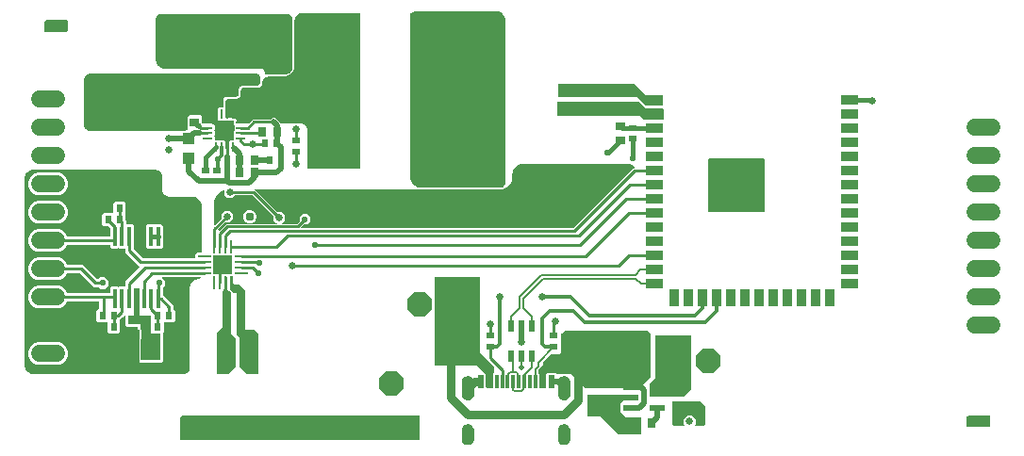
<source format=gbr>
G04 EAGLE Gerber RS-274X export*
G75*
%MOMM*%
%FSLAX34Y34*%
%LPD*%
%INTop Copper*%
%IPPOS*%
%AMOC8*
5,1,8,0,0,1.08239X$1,22.5*%
G01*
%ADD10R,0.900000X0.700000*%
%ADD11R,0.700000X0.900000*%
%ADD12R,1.000000X1.100000*%
%ADD13R,0.355600X1.676400*%
%ADD14C,1.108000*%
%ADD15R,0.600000X1.150000*%
%ADD16R,0.300000X1.150000*%
%ADD17R,0.600000X0.700000*%
%ADD18R,0.700000X0.600000*%
%ADD19C,1.524000*%
%ADD20P,2.336880X8X22.500000*%
%ADD21R,0.558800X0.977900*%
%ADD22R,1.473200X0.558800*%
%ADD23R,1.154800X0.229200*%
%ADD24R,0.229200X1.154800*%
%ADD25R,1.800000X1.800000*%
%ADD26R,0.900000X0.900000*%
%ADD27R,1.500000X0.900000*%
%ADD28R,0.900000X1.500000*%
%ADD29R,1.550000X2.330000*%
%ADD30R,1.800000X1.600000*%
%ADD31R,4.749800X13.995400*%
%ADD32R,1.500000X1.300000*%
%ADD33R,0.812800X0.254000*%
%ADD34R,0.254000X0.812800*%
%ADD35R,1.752600X1.752600*%
%ADD36C,0.158241*%
%ADD37C,0.381000*%
%ADD38C,0.534000*%
%ADD39C,0.661000*%
%ADD40C,1.143000*%
%ADD41C,0.254000*%
%ADD42C,1.524000*%
%ADD43C,0.480000*%
%ADD44C,0.762000*%
%ADD45C,0.508000*%
%ADD46C,0.090000*%
%ADD47C,0.630000*%
%ADD48C,0.304800*%
%ADD49C,0.680000*%
%ADD50C,0.152400*%
%ADD51C,0.580000*%
%ADD52C,0.780000*%

G36*
X151146Y69474D02*
X151146Y69474D01*
X151167Y69472D01*
X152257Y69579D01*
X152287Y69589D01*
X152331Y69594D01*
X153379Y69912D01*
X153406Y69927D01*
X153448Y69940D01*
X154414Y70456D01*
X154437Y70477D01*
X154476Y70498D01*
X155323Y71193D01*
X155342Y71218D01*
X155375Y71245D01*
X156070Y72092D01*
X156084Y72120D01*
X156112Y72154D01*
X156628Y73120D01*
X156636Y73150D01*
X156657Y73189D01*
X156975Y74237D01*
X156977Y74269D01*
X156989Y74311D01*
X157096Y75401D01*
X157094Y75417D01*
X157098Y75438D01*
X157098Y147809D01*
X157229Y149141D01*
X157612Y150403D01*
X158234Y151567D01*
X159071Y152587D01*
X160091Y153424D01*
X161255Y154046D01*
X162517Y154429D01*
X163867Y154562D01*
X163870Y154562D01*
X163873Y154562D01*
X164720Y154658D01*
X164753Y154669D01*
X164803Y154677D01*
X165609Y154958D01*
X165638Y154977D01*
X165685Y154995D01*
X166408Y155449D01*
X166432Y155474D01*
X166474Y155502D01*
X166652Y155680D01*
X166666Y155702D01*
X166686Y155718D01*
X166711Y155775D01*
X166744Y155827D01*
X166746Y155853D01*
X166757Y155877D01*
X166754Y155938D01*
X166760Y156000D01*
X166751Y156024D01*
X166750Y156050D01*
X166720Y156104D01*
X166698Y156162D01*
X166680Y156179D01*
X166667Y156202D01*
X166617Y156237D01*
X166571Y156279D01*
X166547Y156287D01*
X166526Y156302D01*
X166441Y156318D01*
X166405Y156329D01*
X166395Y156327D01*
X166383Y156329D01*
X132628Y156329D01*
X132603Y156323D01*
X132577Y156326D01*
X132519Y156304D01*
X132459Y156290D01*
X132439Y156273D01*
X132415Y156264D01*
X132373Y156219D01*
X132325Y156180D01*
X132315Y156156D01*
X132297Y156137D01*
X132280Y156078D01*
X132255Y156021D01*
X132255Y155996D01*
X132248Y155971D01*
X132259Y155910D01*
X132261Y155848D01*
X132273Y155826D01*
X132278Y155800D01*
X132326Y155729D01*
X132344Y155696D01*
X132352Y155690D01*
X132359Y155680D01*
X134751Y153288D01*
X134751Y148972D01*
X132848Y147069D01*
X132821Y147026D01*
X132786Y146988D01*
X132776Y146953D01*
X132757Y146922D01*
X132752Y146871D01*
X132737Y146822D01*
X132744Y146786D01*
X132740Y146749D01*
X132758Y146702D01*
X132767Y146651D01*
X132791Y146616D01*
X132802Y146587D01*
X132824Y146567D01*
X132848Y146531D01*
X133039Y146340D01*
X133039Y140674D01*
X133056Y140600D01*
X133069Y140525D01*
X133076Y140515D01*
X133078Y140505D01*
X133102Y140476D01*
X133150Y140405D01*
X142161Y131394D01*
X142161Y128341D01*
X142172Y128291D01*
X142174Y128240D01*
X142192Y128208D01*
X142200Y128172D01*
X142233Y128133D01*
X142257Y128088D01*
X142287Y128067D01*
X142310Y128039D01*
X142336Y128027D01*
X143891Y126472D01*
X143891Y117368D01*
X142402Y115879D01*
X134271Y115879D01*
X134221Y115868D01*
X134170Y115866D01*
X134138Y115848D01*
X134102Y115840D01*
X134063Y115807D01*
X134018Y115783D01*
X133997Y115753D01*
X133969Y115730D01*
X133948Y115683D01*
X133918Y115641D01*
X133910Y115599D01*
X133898Y115571D01*
X133898Y115554D01*
X133898Y115552D01*
X133898Y115538D01*
X133891Y115499D01*
X133891Y107208D01*
X133589Y106906D01*
X133549Y106841D01*
X133505Y106779D01*
X133503Y106767D01*
X133498Y106759D01*
X133494Y106722D01*
X133478Y106637D01*
X133478Y81445D01*
X131915Y79882D01*
X111925Y79882D01*
X111886Y79921D01*
X111886Y109220D01*
X111885Y109222D01*
X111886Y109224D01*
X111866Y109267D01*
X111848Y109311D01*
X111846Y109311D01*
X111845Y109313D01*
X111760Y109346D01*
X110362Y109346D01*
X110362Y111252D01*
X110351Y111302D01*
X110349Y111353D01*
X110331Y111385D01*
X110323Y111421D01*
X110290Y111460D01*
X110266Y111505D01*
X110236Y111526D01*
X110213Y111554D01*
X110166Y111575D01*
X110124Y111605D01*
X110082Y111613D01*
X110054Y111625D01*
X110024Y111624D01*
X109982Y111632D01*
X100495Y111632D01*
X98932Y113195D01*
X98932Y121915D01*
X98926Y121940D01*
X98929Y121966D01*
X98907Y122024D01*
X98893Y122084D01*
X98876Y122104D01*
X98867Y122128D01*
X98822Y122170D01*
X98783Y122217D01*
X98759Y122228D01*
X98740Y122246D01*
X98681Y122263D01*
X98624Y122288D01*
X98599Y122287D01*
X98574Y122295D01*
X98513Y122284D01*
X98451Y122282D01*
X98429Y122269D01*
X98403Y122265D01*
X98332Y122217D01*
X98299Y122199D01*
X98293Y122191D01*
X98283Y122184D01*
X96552Y120453D01*
X94472Y118373D01*
X94432Y118308D01*
X94388Y118246D01*
X94386Y118234D01*
X94381Y118226D01*
X94377Y118189D01*
X94361Y118104D01*
X94361Y117368D01*
X94102Y117109D01*
X94075Y117065D01*
X94040Y117028D01*
X94030Y116993D01*
X94011Y116962D01*
X94006Y116911D01*
X93991Y116862D01*
X93998Y116826D01*
X93994Y116789D01*
X94012Y116742D01*
X94021Y116691D01*
X94045Y116656D01*
X94056Y116627D01*
X94078Y116606D01*
X94102Y116571D01*
X94361Y116312D01*
X94361Y107239D01*
X92841Y105719D01*
X84768Y105719D01*
X83279Y107208D01*
X83279Y115499D01*
X83268Y115549D01*
X83266Y115600D01*
X83248Y115632D01*
X83240Y115668D01*
X83207Y115707D01*
X83183Y115752D01*
X83153Y115773D01*
X83130Y115801D01*
X83083Y115822D01*
X83041Y115852D01*
X82999Y115860D01*
X82971Y115872D01*
X82941Y115871D01*
X82899Y115879D01*
X74768Y115879D01*
X73279Y117368D01*
X73279Y126472D01*
X74768Y127961D01*
X75369Y127961D01*
X75419Y127972D01*
X75470Y127974D01*
X75502Y127992D01*
X75538Y128000D01*
X75577Y128033D01*
X75622Y128057D01*
X75643Y128087D01*
X75671Y128110D01*
X75692Y128157D01*
X75722Y128199D01*
X75730Y128241D01*
X75742Y128269D01*
X75741Y128299D01*
X75749Y128341D01*
X75749Y134259D01*
X75738Y134309D01*
X75736Y134360D01*
X75718Y134392D01*
X75710Y134428D01*
X75677Y134467D01*
X75653Y134512D01*
X75623Y134533D01*
X75600Y134561D01*
X75553Y134582D01*
X75511Y134612D01*
X75469Y134620D01*
X75441Y134632D01*
X75411Y134631D01*
X75369Y134639D01*
X47293Y134639D01*
X47232Y134625D01*
X47168Y134618D01*
X47148Y134605D01*
X47125Y134600D01*
X47076Y134559D01*
X47022Y134525D01*
X47007Y134503D01*
X46991Y134490D01*
X46976Y134455D01*
X46942Y134405D01*
X46234Y132694D01*
X43376Y129836D01*
X39641Y128289D01*
X20359Y128289D01*
X16624Y129836D01*
X13766Y132694D01*
X12219Y136429D01*
X12219Y140471D01*
X13766Y144206D01*
X16624Y147064D01*
X20359Y148611D01*
X39641Y148611D01*
X43376Y147064D01*
X46234Y144206D01*
X46942Y142495D01*
X46979Y142444D01*
X47010Y142388D01*
X47029Y142374D01*
X47043Y142355D01*
X47099Y142325D01*
X47151Y142288D01*
X47178Y142283D01*
X47196Y142273D01*
X47234Y142272D01*
X47293Y142261D01*
X85021Y142261D01*
X85071Y142272D01*
X85122Y142274D01*
X85154Y142292D01*
X85190Y142300D01*
X85229Y142333D01*
X85274Y142357D01*
X85295Y142387D01*
X85323Y142410D01*
X85344Y142457D01*
X85374Y142499D01*
X85382Y142541D01*
X85394Y142569D01*
X85393Y142599D01*
X85401Y142641D01*
X85401Y146340D01*
X86890Y147829D01*
X92550Y147829D01*
X92701Y147678D01*
X92744Y147651D01*
X92782Y147616D01*
X92817Y147606D01*
X92848Y147587D01*
X92899Y147582D01*
X92948Y147567D01*
X92984Y147574D01*
X93021Y147570D01*
X93068Y147588D01*
X93119Y147597D01*
X93154Y147621D01*
X93183Y147632D01*
X93203Y147654D01*
X93239Y147678D01*
X93390Y147829D01*
X98529Y147829D01*
X98579Y147840D01*
X98630Y147842D01*
X98662Y147860D01*
X98698Y147868D01*
X98737Y147901D01*
X98782Y147925D01*
X98803Y147955D01*
X98831Y147978D01*
X98852Y148025D01*
X98882Y148067D01*
X98890Y148109D01*
X98902Y148137D01*
X98901Y148167D01*
X98909Y148209D01*
X98909Y152558D01*
X112031Y165680D01*
X112045Y165702D01*
X112064Y165718D01*
X112090Y165775D01*
X112122Y165827D01*
X112125Y165853D01*
X112135Y165877D01*
X112133Y165938D01*
X112139Y166000D01*
X112130Y166024D01*
X112129Y166050D01*
X112099Y166104D01*
X112077Y166162D01*
X112058Y166179D01*
X112046Y166202D01*
X111996Y166237D01*
X111950Y166279D01*
X111925Y166287D01*
X111904Y166302D01*
X111820Y166318D01*
X111784Y166329D01*
X111774Y166327D01*
X111762Y166329D01*
X111492Y166329D01*
X98909Y178912D01*
X98909Y181991D01*
X98898Y182041D01*
X98896Y182092D01*
X98878Y182124D01*
X98870Y182160D01*
X98837Y182199D01*
X98813Y182244D01*
X98783Y182265D01*
X98760Y182293D01*
X98713Y182314D01*
X98671Y182344D01*
X98629Y182352D01*
X98601Y182364D01*
X98571Y182363D01*
X98529Y182371D01*
X93390Y182371D01*
X93239Y182522D01*
X93196Y182549D01*
X93158Y182584D01*
X93123Y182594D01*
X93092Y182613D01*
X93041Y182618D01*
X92992Y182633D01*
X92956Y182626D01*
X92919Y182630D01*
X92872Y182612D01*
X92821Y182603D01*
X92786Y182579D01*
X92757Y182568D01*
X92737Y182546D01*
X92701Y182522D01*
X92550Y182371D01*
X86890Y182371D01*
X85401Y183860D01*
X85401Y185039D01*
X85390Y185089D01*
X85388Y185140D01*
X85370Y185172D01*
X85362Y185208D01*
X85329Y185247D01*
X85305Y185292D01*
X85275Y185313D01*
X85252Y185341D01*
X85205Y185362D01*
X85163Y185392D01*
X85121Y185400D01*
X85093Y185412D01*
X85063Y185411D01*
X85021Y185419D01*
X83456Y185419D01*
X83419Y185423D01*
X83334Y185439D01*
X47293Y185439D01*
X47232Y185425D01*
X47168Y185418D01*
X47148Y185405D01*
X47125Y185400D01*
X47076Y185359D01*
X47022Y185325D01*
X47007Y185303D01*
X46991Y185290D01*
X46976Y185255D01*
X46942Y185205D01*
X46234Y183494D01*
X43376Y180636D01*
X39641Y179089D01*
X20359Y179089D01*
X16624Y180636D01*
X13766Y183494D01*
X12219Y187229D01*
X12219Y191271D01*
X13766Y195006D01*
X16624Y197864D01*
X20359Y199411D01*
X39641Y199411D01*
X43376Y197864D01*
X46234Y195006D01*
X46942Y193295D01*
X46979Y193244D01*
X47010Y193188D01*
X47029Y193174D01*
X47043Y193155D01*
X47099Y193125D01*
X47151Y193088D01*
X47178Y193083D01*
X47196Y193073D01*
X47234Y193072D01*
X47293Y193061D01*
X85021Y193061D01*
X85071Y193072D01*
X85122Y193074D01*
X85154Y193092D01*
X85190Y193100D01*
X85229Y193133D01*
X85274Y193157D01*
X85295Y193187D01*
X85323Y193210D01*
X85344Y193257D01*
X85374Y193299D01*
X85382Y193341D01*
X85394Y193369D01*
X85393Y193399D01*
X85401Y193441D01*
X85401Y200108D01*
X85384Y200182D01*
X85371Y200256D01*
X85364Y200266D01*
X85362Y200276D01*
X85338Y200305D01*
X85290Y200376D01*
X83538Y202128D01*
X83474Y202168D01*
X83412Y202212D01*
X83400Y202214D01*
X83391Y202219D01*
X83354Y202223D01*
X83270Y202239D01*
X79848Y202239D01*
X78359Y203728D01*
X78359Y212832D01*
X79848Y214321D01*
X87979Y214321D01*
X88029Y214332D01*
X88080Y214334D01*
X88112Y214352D01*
X88148Y214360D01*
X88187Y214393D01*
X88232Y214417D01*
X88253Y214447D01*
X88281Y214470D01*
X88302Y214517D01*
X88332Y214559D01*
X88340Y214601D01*
X88352Y214629D01*
X88351Y214651D01*
X88352Y214653D01*
X88352Y214663D01*
X88359Y214701D01*
X88359Y222992D01*
X89848Y224481D01*
X97952Y224481D01*
X99441Y222992D01*
X99441Y213888D01*
X99182Y213629D01*
X99155Y213586D01*
X99120Y213548D01*
X99110Y213513D01*
X99091Y213482D01*
X99086Y213431D01*
X99071Y213382D01*
X99078Y213346D01*
X99074Y213309D01*
X99092Y213262D01*
X99101Y213211D01*
X99125Y213176D01*
X99136Y213147D01*
X99158Y213126D01*
X99182Y213091D01*
X99441Y212832D01*
X99441Y208286D01*
X99458Y208212D01*
X99471Y208137D01*
X99478Y208127D01*
X99480Y208117D01*
X99504Y208088D01*
X99552Y208017D01*
X100031Y207538D01*
X100031Y204597D01*
X100042Y204547D01*
X100044Y204496D01*
X100062Y204464D01*
X100070Y204428D01*
X100103Y204389D01*
X100127Y204344D01*
X100157Y204323D01*
X100180Y204295D01*
X100227Y204274D01*
X100269Y204244D01*
X100311Y204236D01*
X100339Y204224D01*
X100369Y204225D01*
X100411Y204217D01*
X105550Y204217D01*
X106554Y203213D01*
X106554Y184150D01*
X106555Y184148D01*
X106554Y184146D01*
X106574Y184103D01*
X106592Y184059D01*
X106594Y184059D01*
X106595Y184057D01*
X106680Y184024D01*
X107039Y184024D01*
X107039Y183860D01*
X106642Y183463D01*
X106602Y183398D01*
X106558Y183336D01*
X106556Y183324D01*
X106551Y183316D01*
X106547Y183279D01*
X106540Y183242D01*
X106538Y183237D01*
X106538Y183231D01*
X106531Y183194D01*
X106531Y182226D01*
X106548Y182152D01*
X106561Y182077D01*
X106568Y182067D01*
X106570Y182057D01*
X106594Y182028D01*
X106642Y181957D01*
X114537Y174062D01*
X114602Y174022D01*
X114664Y173978D01*
X114676Y173976D01*
X114684Y173971D01*
X114721Y173967D01*
X114806Y173951D01*
X161721Y173951D01*
X161771Y173962D01*
X161822Y173964D01*
X161854Y173982D01*
X161890Y173990D01*
X161929Y174023D01*
X161974Y174047D01*
X161995Y174077D01*
X162023Y174100D01*
X162044Y174147D01*
X162074Y174189D01*
X162082Y174231D01*
X162094Y174259D01*
X162093Y174289D01*
X162101Y174331D01*
X162101Y177338D01*
X163590Y178827D01*
X167640Y178827D01*
X167690Y178838D01*
X167741Y178840D01*
X167773Y178858D01*
X167809Y178866D01*
X167848Y178899D01*
X167893Y178923D01*
X167914Y178953D01*
X167942Y178976D01*
X167963Y179023D01*
X167993Y179065D01*
X168001Y179107D01*
X168013Y179135D01*
X168012Y179165D01*
X168020Y179207D01*
X168020Y219710D01*
X168016Y219726D01*
X168018Y219747D01*
X167848Y221482D01*
X167838Y221511D01*
X167833Y221555D01*
X167327Y223222D01*
X167312Y223249D01*
X167299Y223291D01*
X166477Y224828D01*
X166457Y224852D01*
X166436Y224890D01*
X165330Y226237D01*
X165305Y226256D01*
X165277Y226290D01*
X163930Y227396D01*
X163902Y227409D01*
X163868Y227437D01*
X162331Y228259D01*
X162301Y228267D01*
X162262Y228287D01*
X160595Y228793D01*
X160564Y228795D01*
X160522Y228808D01*
X158787Y228978D01*
X158771Y228976D01*
X158750Y228980D01*
X138449Y228980D01*
X137266Y229097D01*
X136146Y229436D01*
X135114Y229988D01*
X134210Y230730D01*
X133468Y231634D01*
X132916Y232666D01*
X132577Y233786D01*
X132460Y234969D01*
X132460Y246380D01*
X132456Y246396D01*
X132458Y246417D01*
X132336Y247656D01*
X132326Y247686D01*
X132322Y247729D01*
X131961Y248920D01*
X131945Y248947D01*
X131932Y248989D01*
X131345Y250087D01*
X131325Y250111D01*
X131304Y250149D01*
X130514Y251111D01*
X130489Y251130D01*
X130461Y251164D01*
X129499Y251954D01*
X129471Y251968D01*
X129437Y251995D01*
X128339Y252582D01*
X128309Y252590D01*
X128270Y252611D01*
X127079Y252972D01*
X127048Y252974D01*
X127006Y252986D01*
X125767Y253108D01*
X125751Y253106D01*
X125730Y253110D01*
X16510Y253110D01*
X16494Y253106D01*
X16473Y253108D01*
X14986Y252962D01*
X14957Y252952D01*
X14913Y252947D01*
X13484Y252514D01*
X13457Y252498D01*
X13415Y252485D01*
X12097Y251781D01*
X12074Y251761D01*
X12035Y251740D01*
X10881Y250792D01*
X10862Y250767D01*
X10828Y250739D01*
X9880Y249585D01*
X9870Y249564D01*
X9864Y249559D01*
X9858Y249546D01*
X9839Y249523D01*
X9135Y248205D01*
X9127Y248175D01*
X9106Y248136D01*
X8673Y246707D01*
X8671Y246676D01*
X8658Y246634D01*
X8512Y245147D01*
X8514Y245131D01*
X8510Y245110D01*
X8510Y77470D01*
X8514Y77454D01*
X8512Y77433D01*
X8658Y75946D01*
X8668Y75917D01*
X8673Y75873D01*
X9106Y74444D01*
X9122Y74417D01*
X9135Y74375D01*
X9839Y73057D01*
X9859Y73034D01*
X9880Y72995D01*
X10828Y71841D01*
X10853Y71822D01*
X10881Y71788D01*
X12035Y70840D01*
X12063Y70827D01*
X12097Y70799D01*
X13415Y70095D01*
X13445Y70087D01*
X13484Y70066D01*
X14913Y69633D01*
X14944Y69631D01*
X14986Y69618D01*
X16473Y69472D01*
X16489Y69474D01*
X16510Y69470D01*
X151130Y69470D01*
X151146Y69474D01*
G37*
G36*
X435639Y236733D02*
X435639Y236733D01*
X435695Y236734D01*
X436543Y236829D01*
X436544Y236829D01*
X436546Y236829D01*
X436709Y236867D01*
X437515Y237149D01*
X437516Y237149D01*
X437517Y237150D01*
X437668Y237223D01*
X438391Y237677D01*
X438392Y237678D01*
X438393Y237678D01*
X438524Y237783D01*
X439127Y238386D01*
X439128Y238387D01*
X439129Y238388D01*
X439233Y238520D01*
X439687Y239242D01*
X439688Y239243D01*
X439689Y239244D01*
X439761Y239395D01*
X440043Y240201D01*
X440043Y240202D01*
X440044Y240203D01*
X440081Y240367D01*
X440176Y241215D01*
X440175Y241244D01*
X440181Y241300D01*
X440181Y387350D01*
X440177Y387376D01*
X440178Y387425D01*
X440031Y388911D01*
X440025Y388934D01*
X440002Y389058D01*
X439568Y390487D01*
X439558Y390508D01*
X439511Y390625D01*
X438807Y391942D01*
X438793Y391961D01*
X438724Y392066D01*
X437777Y393221D01*
X437759Y393237D01*
X437671Y393327D01*
X436516Y394274D01*
X436496Y394286D01*
X436392Y394357D01*
X435075Y395061D01*
X435052Y395069D01*
X434937Y395118D01*
X433508Y395552D01*
X433484Y395555D01*
X433361Y395581D01*
X431875Y395728D01*
X431848Y395726D01*
X431800Y395731D01*
X360680Y395731D01*
X360651Y395727D01*
X360595Y395726D01*
X359464Y395599D01*
X359463Y395599D01*
X359462Y395599D01*
X359298Y395561D01*
X358224Y395185D01*
X358223Y395185D01*
X358222Y395185D01*
X358071Y395112D01*
X357108Y394506D01*
X357107Y394505D01*
X357105Y394505D01*
X356974Y394400D01*
X356170Y393596D01*
X356169Y393595D01*
X356168Y393594D01*
X356064Y393462D01*
X355459Y392499D01*
X355458Y392498D01*
X355457Y392497D01*
X355385Y392346D01*
X355009Y391272D01*
X355009Y391271D01*
X355008Y391269D01*
X354971Y391106D01*
X354844Y389975D01*
X354845Y389946D01*
X354839Y389890D01*
X354839Y246380D01*
X354843Y246354D01*
X354842Y246305D01*
X355013Y244571D01*
X355019Y244548D01*
X355042Y244425D01*
X355548Y242757D01*
X355559Y242736D01*
X355605Y242619D01*
X356427Y241082D01*
X356441Y241063D01*
X356510Y240958D01*
X357615Y239611D01*
X357633Y239595D01*
X357721Y239505D01*
X359068Y238400D01*
X359089Y238388D01*
X359125Y238363D01*
X359127Y238362D01*
X359127Y238361D01*
X359192Y238317D01*
X360729Y237495D01*
X360752Y237488D01*
X360867Y237438D01*
X362535Y236932D01*
X362558Y236929D01*
X362681Y236903D01*
X364415Y236732D01*
X364442Y236734D01*
X364490Y236729D01*
X435610Y236729D01*
X435639Y236733D01*
G37*
G36*
X501537Y200308D02*
X501537Y200308D01*
X501612Y200321D01*
X501622Y200328D01*
X501632Y200330D01*
X501661Y200354D01*
X501732Y200402D01*
X555491Y254161D01*
X556322Y254161D01*
X556377Y254174D01*
X556434Y254178D01*
X556460Y254193D01*
X556490Y254200D01*
X556534Y254236D01*
X556583Y254265D01*
X556600Y254291D01*
X556624Y254310D01*
X556647Y254362D01*
X556678Y254410D01*
X556682Y254440D01*
X556695Y254469D01*
X556693Y254525D01*
X556700Y254582D01*
X556689Y254615D01*
X556688Y254642D01*
X556672Y254672D01*
X556657Y254720D01*
X556267Y255449D01*
X556247Y255473D01*
X556226Y255511D01*
X555515Y256377D01*
X555490Y256396D01*
X555481Y256407D01*
X555480Y256410D01*
X555478Y256411D01*
X555462Y256430D01*
X554596Y257141D01*
X554568Y257155D01*
X554534Y257182D01*
X553546Y257710D01*
X553516Y257718D01*
X553477Y257739D01*
X552405Y258064D01*
X552374Y258066D01*
X552332Y258079D01*
X551217Y258188D01*
X551201Y258186D01*
X551180Y258190D01*
X455930Y258190D01*
X455914Y258186D01*
X455893Y258188D01*
X454158Y258018D01*
X454129Y258008D01*
X454085Y258003D01*
X452418Y257497D01*
X452391Y257482D01*
X452349Y257469D01*
X450812Y256647D01*
X450788Y256627D01*
X450750Y256606D01*
X449403Y255500D01*
X449384Y255475D01*
X449350Y255447D01*
X448244Y254100D01*
X448231Y254072D01*
X448203Y254038D01*
X447381Y252501D01*
X447373Y252471D01*
X447353Y252432D01*
X446847Y250765D01*
X446845Y250734D01*
X446832Y250692D01*
X446662Y248957D01*
X446664Y248941D01*
X446660Y248920D01*
X446660Y246397D01*
X446490Y244461D01*
X445992Y242601D01*
X445178Y240856D01*
X444074Y239278D01*
X442712Y237916D01*
X441134Y236812D01*
X439389Y235998D01*
X437529Y235500D01*
X435593Y235330D01*
X215698Y235330D01*
X215673Y235324D01*
X215647Y235327D01*
X215589Y235305D01*
X215529Y235291D01*
X215509Y235274D01*
X215485Y235265D01*
X215443Y235220D01*
X215395Y235181D01*
X215385Y235157D01*
X215367Y235138D01*
X215350Y235079D01*
X215324Y235022D01*
X215325Y234997D01*
X215318Y234972D01*
X215329Y234911D01*
X215331Y234849D01*
X215343Y234827D01*
X215348Y234801D01*
X215396Y234730D01*
X215414Y234697D01*
X215422Y234691D01*
X215429Y234681D01*
X235298Y214812D01*
X235362Y214772D01*
X235424Y214728D01*
X235437Y214726D01*
X235445Y214721D01*
X235482Y214717D01*
X235567Y214701D01*
X239624Y214701D01*
X242641Y211684D01*
X242641Y207416D01*
X239974Y204750D01*
X239960Y204728D01*
X239941Y204712D01*
X239915Y204655D01*
X239883Y204603D01*
X239880Y204577D01*
X239870Y204553D01*
X239872Y204492D01*
X239866Y204430D01*
X239875Y204406D01*
X239876Y204380D01*
X239906Y204326D01*
X239928Y204268D01*
X239947Y204251D01*
X239959Y204228D01*
X240009Y204193D01*
X240055Y204151D01*
X240080Y204143D01*
X240101Y204128D01*
X240185Y204112D01*
X240221Y204101D01*
X240231Y204103D01*
X240243Y204101D01*
X252943Y204101D01*
X253017Y204118D01*
X253092Y204131D01*
X253102Y204138D01*
X253112Y204140D01*
X253141Y204164D01*
X253212Y204212D01*
X255568Y206568D01*
X255608Y206632D01*
X255652Y206694D01*
X255654Y206707D01*
X255659Y206715D01*
X255663Y206752D01*
X255679Y206837D01*
X255679Y210215D01*
X258415Y212951D01*
X262285Y212951D01*
X265021Y210215D01*
X265021Y206345D01*
X262285Y203609D01*
X258907Y203609D01*
X258833Y203592D01*
X258758Y203579D01*
X258748Y203572D01*
X258738Y203570D01*
X258709Y203546D01*
X258638Y203498D01*
X256282Y201142D01*
X256080Y200940D01*
X256066Y200918D01*
X256046Y200902D01*
X256021Y200845D01*
X255988Y200793D01*
X255986Y200767D01*
X255975Y200743D01*
X255978Y200682D01*
X255972Y200620D01*
X255981Y200596D01*
X255982Y200570D01*
X256011Y200516D01*
X256033Y200458D01*
X256052Y200441D01*
X256065Y200418D01*
X256115Y200383D01*
X256160Y200341D01*
X256185Y200333D01*
X256206Y200318D01*
X256291Y200302D01*
X256327Y200291D01*
X256337Y200293D01*
X256349Y200291D01*
X501463Y200291D01*
X501537Y200308D01*
G37*
G36*
X309930Y253631D02*
X309930Y253631D01*
X309981Y253633D01*
X310013Y253651D01*
X310049Y253659D01*
X310088Y253692D01*
X310133Y253716D01*
X310154Y253746D01*
X310182Y253769D01*
X310203Y253816D01*
X310233Y253858D01*
X310241Y253900D01*
X310253Y253928D01*
X310252Y253958D01*
X310260Y254000D01*
X310260Y392430D01*
X310254Y392455D01*
X310256Y392490D01*
X310193Y392882D01*
X310189Y392892D01*
X310189Y392893D01*
X310179Y392918D01*
X310157Y392995D01*
X309976Y393349D01*
X309951Y393379D01*
X309938Y393398D01*
X309924Y393424D01*
X309917Y393429D01*
X309906Y393445D01*
X309625Y393726D01*
X309593Y393747D01*
X309529Y393796D01*
X309175Y393977D01*
X309138Y393986D01*
X309062Y394013D01*
X308670Y394076D01*
X308644Y394074D01*
X308610Y394080D01*
X257810Y394080D01*
X257794Y394076D01*
X257773Y394078D01*
X256534Y393956D01*
X256504Y393946D01*
X256461Y393942D01*
X255270Y393581D01*
X255243Y393565D01*
X255201Y393552D01*
X254103Y392965D01*
X254079Y392945D01*
X254041Y392924D01*
X253079Y392134D01*
X253060Y392109D01*
X253026Y392081D01*
X252236Y391119D01*
X252222Y391091D01*
X252195Y391057D01*
X251608Y389959D01*
X251600Y389929D01*
X251580Y389890D01*
X251218Y388699D01*
X251217Y388687D01*
X251215Y388681D01*
X251215Y388665D01*
X251204Y388626D01*
X251082Y387387D01*
X251084Y387371D01*
X251080Y387350D01*
X251080Y346727D01*
X250930Y345012D01*
X250489Y343366D01*
X249768Y341821D01*
X248791Y340425D01*
X247585Y339219D01*
X246189Y338242D01*
X244644Y337521D01*
X242998Y337080D01*
X241283Y336930D01*
X228600Y336930D01*
X228584Y336926D01*
X228563Y336928D01*
X227324Y336806D01*
X227294Y336796D01*
X227251Y336792D01*
X226060Y336431D01*
X226033Y336415D01*
X225991Y336402D01*
X224893Y335815D01*
X224869Y335795D01*
X224831Y335774D01*
X223869Y334984D01*
X223850Y334959D01*
X223816Y334931D01*
X223026Y333969D01*
X223012Y333941D01*
X222985Y333907D01*
X222398Y332809D01*
X222390Y332779D01*
X222370Y332740D01*
X222008Y331549D01*
X222006Y331518D01*
X221994Y331476D01*
X221872Y330240D01*
X221781Y329437D01*
X221528Y328713D01*
X221120Y328063D01*
X220577Y327520D01*
X219927Y327112D01*
X219203Y326859D01*
X218419Y326770D01*
X205740Y326770D01*
X205719Y326765D01*
X205690Y326767D01*
X205033Y326680D01*
X204997Y326667D01*
X204937Y326655D01*
X204325Y326401D01*
X204294Y326379D01*
X204239Y326351D01*
X203712Y325948D01*
X203688Y325918D01*
X203642Y325878D01*
X203239Y325351D01*
X203223Y325317D01*
X203189Y325266D01*
X202935Y324653D01*
X202929Y324616D01*
X202910Y324557D01*
X202823Y323900D01*
X202825Y323878D01*
X202820Y323850D01*
X202820Y321331D01*
X202700Y320265D01*
X202352Y319272D01*
X201793Y318381D01*
X201049Y317637D01*
X200158Y317078D01*
X199165Y316730D01*
X198099Y316610D01*
X191770Y316610D01*
X191749Y316605D01*
X191720Y316607D01*
X191063Y316520D01*
X191027Y316507D01*
X190967Y316495D01*
X190355Y316241D01*
X190324Y316219D01*
X190269Y316191D01*
X189742Y315788D01*
X189718Y315758D01*
X189672Y315718D01*
X189269Y315191D01*
X189253Y315157D01*
X189219Y315106D01*
X188965Y314493D01*
X188959Y314456D01*
X188940Y314397D01*
X188853Y313740D01*
X188855Y313718D01*
X188850Y313690D01*
X188850Y299720D01*
X188861Y299670D01*
X188863Y299619D01*
X188881Y299587D01*
X188889Y299551D01*
X188922Y299512D01*
X188946Y299467D01*
X188976Y299446D01*
X188999Y299418D01*
X189046Y299397D01*
X189088Y299367D01*
X189130Y299359D01*
X189158Y299347D01*
X189188Y299348D01*
X189230Y299340D01*
X196825Y299340D01*
X197408Y299263D01*
X197928Y299048D01*
X198375Y298705D01*
X198718Y298258D01*
X198933Y297738D01*
X199010Y297155D01*
X199010Y294640D01*
X199021Y294590D01*
X199023Y294539D01*
X199041Y294507D01*
X199049Y294471D01*
X199082Y294432D01*
X199106Y294387D01*
X199136Y294366D01*
X199159Y294338D01*
X199206Y294317D01*
X199248Y294287D01*
X199290Y294279D01*
X199318Y294267D01*
X199348Y294268D01*
X199390Y294260D01*
X209752Y294260D01*
X209826Y294277D01*
X209901Y294290D01*
X209911Y294297D01*
X209921Y294299D01*
X209950Y294323D01*
X210021Y294371D01*
X213731Y298081D01*
X229557Y298081D01*
X229631Y298098D01*
X229706Y298111D01*
X229716Y298118D01*
X229726Y298120D01*
X229755Y298144D01*
X229826Y298192D01*
X230985Y299351D01*
X233835Y299351D01*
X236414Y296772D01*
X238541Y294645D01*
X238541Y294640D01*
X238552Y294590D01*
X238554Y294539D01*
X238572Y294507D01*
X238580Y294471D01*
X238613Y294432D01*
X238637Y294387D01*
X238667Y294366D01*
X238690Y294338D01*
X238737Y294317D01*
X238779Y294287D01*
X238821Y294279D01*
X238849Y294267D01*
X238879Y294268D01*
X238921Y294260D01*
X249988Y294260D01*
X250062Y294277D01*
X250137Y294290D01*
X250147Y294297D01*
X250157Y294299D01*
X250186Y294323D01*
X250257Y294371D01*
X250596Y294711D01*
X254864Y294711D01*
X255203Y294371D01*
X255268Y294331D01*
X255330Y294287D01*
X255342Y294285D01*
X255350Y294280D01*
X255387Y294276D01*
X255472Y294260D01*
X257789Y294260D01*
X258855Y294140D01*
X259848Y293792D01*
X260739Y293233D01*
X261483Y292489D01*
X262042Y291598D01*
X262390Y290605D01*
X262510Y289539D01*
X262510Y254000D01*
X262521Y253950D01*
X262523Y253899D01*
X262541Y253867D01*
X262549Y253831D01*
X262582Y253792D01*
X262606Y253747D01*
X262636Y253726D01*
X262659Y253698D01*
X262706Y253677D01*
X262748Y253647D01*
X262790Y253639D01*
X262818Y253627D01*
X262848Y253628D01*
X262890Y253620D01*
X309880Y253620D01*
X309930Y253631D01*
G37*
G36*
X191785Y271531D02*
X191785Y271531D01*
X191801Y271529D01*
X191852Y271550D01*
X191905Y271566D01*
X191916Y271578D01*
X191930Y271584D01*
X191962Y271630D01*
X191999Y271671D01*
X192001Y271687D01*
X192010Y271700D01*
X192023Y271780D01*
X192023Y276843D01*
X192103Y277451D01*
X192172Y277617D01*
X192173Y277626D01*
X192178Y277634D01*
X192191Y277714D01*
X192191Y278451D01*
X193363Y279623D01*
X196374Y279623D01*
X196389Y279627D01*
X196405Y279625D01*
X196456Y279646D01*
X196509Y279662D01*
X196520Y279674D01*
X196534Y279680D01*
X196566Y279726D01*
X196603Y279767D01*
X196605Y279783D01*
X196614Y279796D01*
X196627Y279876D01*
X196627Y282887D01*
X196850Y283110D01*
X196858Y283123D01*
X196870Y283133D01*
X196891Y283184D01*
X196918Y283233D01*
X196917Y283249D01*
X196923Y283263D01*
X196913Y283318D01*
X196910Y283374D01*
X196900Y283387D01*
X196898Y283402D01*
X196850Y283468D01*
X196627Y283691D01*
X196627Y287888D01*
X197029Y288290D01*
X197057Y288341D01*
X197090Y288389D01*
X197093Y288406D01*
X197097Y288413D01*
X197096Y288426D01*
X197103Y288469D01*
X197103Y293112D01*
X197087Y293168D01*
X197077Y293225D01*
X197066Y293240D01*
X197064Y293248D01*
X197054Y293256D01*
X197029Y293291D01*
X196627Y293693D01*
X196627Y296704D01*
X196623Y296719D01*
X196625Y296735D01*
X196604Y296786D01*
X196588Y296839D01*
X196576Y296850D01*
X196570Y296864D01*
X196524Y296896D01*
X196483Y296933D01*
X196467Y296935D01*
X196454Y296944D01*
X196374Y296957D01*
X193363Y296957D01*
X193140Y297180D01*
X193127Y297188D01*
X193117Y297200D01*
X193066Y297221D01*
X193017Y297248D01*
X193001Y297247D01*
X192987Y297253D01*
X192932Y297243D01*
X192876Y297240D01*
X192863Y297230D01*
X192848Y297228D01*
X192782Y297180D01*
X192559Y296957D01*
X188362Y296957D01*
X188139Y297180D01*
X188125Y297188D01*
X188116Y297200D01*
X188064Y297221D01*
X188016Y297248D01*
X188000Y297247D01*
X187985Y297253D01*
X187931Y297243D01*
X187875Y297240D01*
X187862Y297230D01*
X187847Y297228D01*
X187781Y297180D01*
X187558Y296957D01*
X183361Y296957D01*
X182189Y298129D01*
X182189Y307915D01*
X183361Y309087D01*
X186690Y309087D01*
X186705Y309091D01*
X186721Y309089D01*
X186772Y309110D01*
X186825Y309126D01*
X186836Y309138D01*
X186850Y309144D01*
X186882Y309190D01*
X186919Y309231D01*
X186921Y309247D01*
X186930Y309260D01*
X186943Y309340D01*
X186943Y316213D01*
X187023Y316821D01*
X187252Y317372D01*
X187615Y317845D01*
X188088Y318209D01*
X188639Y318437D01*
X189247Y318517D01*
X198120Y318517D01*
X198130Y318520D01*
X198153Y318519D01*
X198810Y318605D01*
X198821Y318610D01*
X198874Y318623D01*
X199487Y318876D01*
X199496Y318883D01*
X199544Y318909D01*
X200070Y319313D01*
X200077Y319322D01*
X200117Y319360D01*
X200521Y319886D01*
X200525Y319896D01*
X200554Y319943D01*
X200807Y320556D01*
X200809Y320567D01*
X200825Y320620D01*
X200911Y321277D01*
X200910Y321287D01*
X200913Y321310D01*
X200913Y325106D01*
X201004Y325911D01*
X201267Y326662D01*
X201691Y327337D01*
X202253Y327899D01*
X202928Y328323D01*
X203679Y328586D01*
X204484Y328677D01*
X217170Y328677D01*
X217180Y328680D01*
X217203Y328679D01*
X217860Y328765D01*
X217871Y328770D01*
X217924Y328783D01*
X218537Y329036D01*
X218546Y329043D01*
X218560Y329051D01*
X218569Y329054D01*
X218573Y329058D01*
X218594Y329069D01*
X219120Y329473D01*
X219127Y329482D01*
X219167Y329520D01*
X219571Y330046D01*
X219575Y330056D01*
X219604Y330103D01*
X219857Y330716D01*
X219859Y330727D01*
X219875Y330780D01*
X219961Y331437D01*
X219960Y331447D01*
X219963Y331470D01*
X219963Y336550D01*
X219960Y336560D01*
X219961Y336583D01*
X219875Y337240D01*
X219870Y337251D01*
X219857Y337304D01*
X219604Y337917D01*
X219597Y337926D01*
X219571Y337974D01*
X219167Y338500D01*
X219158Y338507D01*
X219120Y338547D01*
X218594Y338951D01*
X218584Y338955D01*
X218537Y338984D01*
X217924Y339237D01*
X217913Y339239D01*
X217860Y339255D01*
X217203Y339341D01*
X217193Y339340D01*
X217170Y339343D01*
X67310Y339343D01*
X67301Y339341D01*
X67282Y339342D01*
X66151Y339214D01*
X66139Y339209D01*
X66096Y339202D01*
X65022Y338826D01*
X65012Y338819D01*
X64971Y338801D01*
X64649Y338599D01*
X64246Y338346D01*
X64008Y338196D01*
X63999Y338187D01*
X63964Y338161D01*
X63159Y337356D01*
X63153Y337345D01*
X63124Y337312D01*
X62519Y336349D01*
X62515Y336337D01*
X62494Y336298D01*
X62118Y335224D01*
X62118Y335211D01*
X62106Y335169D01*
X61978Y334038D01*
X61980Y334029D01*
X61977Y334010D01*
X61977Y293370D01*
X61979Y293361D01*
X61978Y293342D01*
X62106Y292211D01*
X62111Y292199D01*
X62118Y292156D01*
X62494Y291082D01*
X62501Y291072D01*
X62519Y291031D01*
X63124Y290068D01*
X63133Y290059D01*
X63159Y290024D01*
X63964Y289219D01*
X63975Y289213D01*
X64008Y289184D01*
X64971Y288579D01*
X64983Y288575D01*
X65022Y288554D01*
X66096Y288178D01*
X66109Y288178D01*
X66151Y288166D01*
X67282Y288038D01*
X67291Y288040D01*
X67310Y288037D01*
X150142Y288037D01*
X150198Y288053D01*
X150256Y288063D01*
X150270Y288074D01*
X150278Y288076D01*
X150286Y288086D01*
X150321Y288111D01*
X150381Y288171D01*
X153172Y288171D01*
X153181Y288173D01*
X153190Y288171D01*
X153269Y288190D01*
X153767Y288396D01*
X153776Y288403D01*
X153824Y288429D01*
X154350Y288833D01*
X154357Y288842D01*
X154397Y288880D01*
X154801Y289406D01*
X154805Y289416D01*
X154834Y289463D01*
X155087Y290076D01*
X155089Y290087D01*
X155105Y290140D01*
X155191Y290797D01*
X155190Y290807D01*
X155193Y290830D01*
X155193Y290922D01*
X155177Y290978D01*
X155167Y291036D01*
X155156Y291050D01*
X155154Y291058D01*
X155144Y291066D01*
X155119Y291101D01*
X154789Y291431D01*
X154789Y300089D01*
X155422Y300722D01*
X155427Y300730D01*
X155435Y300735D01*
X155468Y300790D01*
X155473Y300795D01*
X155474Y300799D01*
X155477Y300804D01*
X155501Y300862D01*
X155865Y301335D01*
X156338Y301699D01*
X156889Y301927D01*
X157497Y302007D01*
X166350Y302007D01*
X166683Y301954D01*
X166966Y301810D01*
X167190Y301586D01*
X167334Y301303D01*
X167387Y300970D01*
X167387Y300598D01*
X167403Y300542D01*
X167413Y300484D01*
X167424Y300470D01*
X167426Y300462D01*
X167436Y300454D01*
X167461Y300419D01*
X167791Y300089D01*
X167791Y295002D01*
X167807Y294946D01*
X167817Y294889D01*
X167828Y294875D01*
X167830Y294867D01*
X167840Y294858D01*
X167865Y294823D01*
X167984Y294703D01*
X167987Y294702D01*
X168049Y294657D01*
X168403Y294477D01*
X168405Y294476D01*
X168478Y294452D01*
X168870Y294390D01*
X168882Y294391D01*
X168910Y294387D01*
X176513Y294387D01*
X177121Y294307D01*
X177667Y294081D01*
X177671Y294080D01*
X177673Y294079D01*
X177679Y294078D01*
X177684Y294074D01*
X177764Y294061D01*
X178121Y294061D01*
X179293Y292889D01*
X179293Y288692D01*
X179070Y288469D01*
X179062Y288455D01*
X179050Y288446D01*
X179029Y288394D01*
X179002Y288346D01*
X179003Y288330D01*
X178997Y288315D01*
X179007Y288261D01*
X179010Y288205D01*
X179020Y288192D01*
X179022Y288177D01*
X179070Y288111D01*
X179293Y287888D01*
X179293Y283691D01*
X179070Y283468D01*
X179062Y283454D01*
X179050Y283445D01*
X179029Y283393D01*
X179002Y283344D01*
X179003Y283329D01*
X178997Y283314D01*
X179007Y283260D01*
X179010Y283204D01*
X179020Y283191D01*
X179022Y283176D01*
X179070Y283110D01*
X179293Y282887D01*
X179293Y279876D01*
X179296Y279864D01*
X179295Y279853D01*
X179296Y279851D01*
X179295Y279845D01*
X179316Y279794D01*
X179332Y279741D01*
X179344Y279730D01*
X179350Y279716D01*
X179396Y279684D01*
X179437Y279647D01*
X179453Y279645D01*
X179466Y279636D01*
X179546Y279623D01*
X182557Y279623D01*
X182780Y279400D01*
X182793Y279392D01*
X182803Y279380D01*
X182854Y279359D01*
X182903Y279332D01*
X182919Y279333D01*
X182933Y279327D01*
X182988Y279337D01*
X183044Y279340D01*
X183057Y279350D01*
X183072Y279352D01*
X183138Y279400D01*
X183361Y279623D01*
X187558Y279623D01*
X188730Y278451D01*
X188730Y277904D01*
X188733Y277895D01*
X188731Y277886D01*
X188749Y277807D01*
X188897Y277451D01*
X188977Y276843D01*
X188977Y271780D01*
X188981Y271765D01*
X188979Y271749D01*
X189000Y271698D01*
X189016Y271645D01*
X189028Y271634D01*
X189034Y271620D01*
X189080Y271588D01*
X189121Y271551D01*
X189137Y271549D01*
X189150Y271540D01*
X189230Y271527D01*
X191770Y271527D01*
X191785Y271531D01*
G37*
G36*
X242586Y338714D02*
X242586Y338714D01*
X242607Y338712D01*
X243846Y338834D01*
X243876Y338844D01*
X243919Y338848D01*
X245110Y339210D01*
X245137Y339225D01*
X245179Y339238D01*
X246277Y339825D01*
X246301Y339845D01*
X246339Y339866D01*
X247301Y340656D01*
X247320Y340681D01*
X247354Y340709D01*
X248144Y341671D01*
X248158Y341699D01*
X248185Y341733D01*
X248772Y342831D01*
X248780Y342861D01*
X248801Y342900D01*
X249162Y344091D01*
X249164Y344122D01*
X249176Y344164D01*
X249298Y345403D01*
X249296Y345419D01*
X249300Y345440D01*
X249300Y388620D01*
X249296Y388638D01*
X249298Y388663D01*
X249202Y389510D01*
X249191Y389543D01*
X249183Y389593D01*
X248902Y390399D01*
X248883Y390428D01*
X248865Y390475D01*
X248411Y391198D01*
X248386Y391222D01*
X248358Y391264D01*
X247754Y391868D01*
X247725Y391886D01*
X247688Y391921D01*
X246965Y392375D01*
X246933Y392386D01*
X246889Y392412D01*
X246083Y392693D01*
X246049Y392697D01*
X246000Y392712D01*
X245153Y392808D01*
X245134Y392806D01*
X245110Y392810D01*
X130810Y392810D01*
X130792Y392806D01*
X130767Y392808D01*
X129920Y392712D01*
X129887Y392701D01*
X129837Y392693D01*
X129031Y392412D01*
X129002Y392393D01*
X128955Y392375D01*
X128232Y391921D01*
X128208Y391896D01*
X128166Y391868D01*
X127562Y391264D01*
X127544Y391235D01*
X127509Y391198D01*
X127055Y390475D01*
X127044Y390443D01*
X127018Y390399D01*
X126737Y389593D01*
X126733Y389559D01*
X126718Y389510D01*
X126622Y388663D01*
X126624Y388644D01*
X126620Y388620D01*
X126620Y351790D01*
X126624Y351774D01*
X126622Y351753D01*
X126768Y350266D01*
X126778Y350237D01*
X126783Y350193D01*
X127216Y348764D01*
X127232Y348737D01*
X127245Y348695D01*
X127949Y347377D01*
X127969Y347354D01*
X127990Y347315D01*
X128938Y346161D01*
X128963Y346142D01*
X128991Y346108D01*
X130145Y345160D01*
X130173Y345147D01*
X130207Y345119D01*
X131525Y344415D01*
X131555Y344407D01*
X131594Y344386D01*
X133023Y343953D01*
X133054Y343951D01*
X133096Y343938D01*
X134583Y343792D01*
X134599Y343794D01*
X134620Y343790D01*
X220959Y343790D01*
X221743Y343701D01*
X222467Y343448D01*
X223117Y343040D01*
X223660Y342497D01*
X224068Y341847D01*
X224321Y341123D01*
X224412Y340317D01*
X224415Y340310D01*
X224414Y340301D01*
X224477Y339908D01*
X224491Y339873D01*
X224513Y339795D01*
X224694Y339441D01*
X224719Y339411D01*
X224764Y339345D01*
X225045Y339064D01*
X225077Y339043D01*
X225141Y338994D01*
X225495Y338813D01*
X225532Y338804D01*
X225608Y338777D01*
X226001Y338714D01*
X226026Y338716D01*
X226060Y338710D01*
X242570Y338710D01*
X242586Y338714D01*
G37*
G36*
X361975Y9786D02*
X361975Y9786D01*
X362010Y9784D01*
X362402Y9847D01*
X362438Y9861D01*
X362515Y9883D01*
X362869Y10064D01*
X362899Y10089D01*
X362965Y10134D01*
X363246Y10415D01*
X363267Y10447D01*
X363316Y10511D01*
X363497Y10865D01*
X363506Y10902D01*
X363533Y10978D01*
X363596Y11371D01*
X363594Y11396D01*
X363600Y11430D01*
X363600Y30480D01*
X363594Y30505D01*
X363596Y30540D01*
X363533Y30932D01*
X363519Y30968D01*
X363497Y31045D01*
X363316Y31399D01*
X363291Y31429D01*
X363246Y31495D01*
X362965Y31776D01*
X362933Y31797D01*
X362869Y31846D01*
X362515Y32027D01*
X362478Y32036D01*
X362402Y32063D01*
X362010Y32126D01*
X361984Y32124D01*
X361950Y32130D01*
X151130Y32130D01*
X151109Y32125D01*
X151080Y32127D01*
X150423Y32040D01*
X150387Y32027D01*
X150327Y32015D01*
X149715Y31761D01*
X149684Y31739D01*
X149629Y31711D01*
X149102Y31308D01*
X149078Y31278D01*
X149032Y31238D01*
X148629Y30711D01*
X148613Y30677D01*
X148579Y30626D01*
X148325Y30013D01*
X148319Y29976D01*
X148300Y29917D01*
X148213Y29260D01*
X148215Y29238D01*
X148210Y29210D01*
X148210Y11430D01*
X148216Y11405D01*
X148214Y11371D01*
X148277Y10978D01*
X148291Y10943D01*
X148313Y10865D01*
X148494Y10511D01*
X148519Y10481D01*
X148564Y10415D01*
X148845Y10134D01*
X148877Y10113D01*
X148941Y10064D01*
X149295Y9883D01*
X149332Y9874D01*
X149408Y9847D01*
X149801Y9784D01*
X149826Y9786D01*
X149860Y9780D01*
X361950Y9780D01*
X361975Y9786D01*
G37*
G36*
X474424Y56404D02*
X474424Y56404D01*
X474515Y56411D01*
X474544Y56423D01*
X474576Y56429D01*
X474657Y56471D01*
X474741Y56507D01*
X474773Y56533D01*
X474794Y56544D01*
X474816Y56567D01*
X474872Y56612D01*
X475359Y57099D01*
X476529Y57584D01*
X476629Y57646D01*
X476729Y57705D01*
X476733Y57710D01*
X476738Y57713D01*
X476813Y57804D01*
X476889Y57892D01*
X476891Y57898D01*
X476895Y57903D01*
X476937Y58011D01*
X476981Y58120D01*
X476982Y58128D01*
X476983Y58132D01*
X476984Y58151D01*
X476999Y58287D01*
X476999Y69029D01*
X478171Y70201D01*
X485829Y70201D01*
X486718Y69312D01*
X486792Y69259D01*
X486861Y69199D01*
X486891Y69187D01*
X486917Y69168D01*
X487004Y69141D01*
X487089Y69107D01*
X487130Y69103D01*
X487153Y69096D01*
X487185Y69097D01*
X487256Y69089D01*
X500065Y69089D01*
X512542Y56612D01*
X512616Y56559D01*
X512685Y56499D01*
X512715Y56487D01*
X512741Y56468D01*
X512828Y56441D01*
X512913Y56407D01*
X512954Y56403D01*
X512977Y56396D01*
X513009Y56397D01*
X513080Y56389D01*
X560070Y56389D01*
X560160Y56404D01*
X560251Y56411D01*
X560281Y56423D01*
X560313Y56429D01*
X560393Y56471D01*
X560477Y56507D01*
X560509Y56533D01*
X560530Y56544D01*
X560552Y56567D01*
X560608Y56612D01*
X570768Y66772D01*
X570821Y66846D01*
X570881Y66915D01*
X570893Y66945D01*
X570912Y66971D01*
X570939Y67058D01*
X570973Y67143D01*
X570977Y67184D01*
X570984Y67207D01*
X570983Y67239D01*
X570991Y67310D01*
X570991Y105410D01*
X570977Y105500D01*
X570969Y105591D01*
X570957Y105621D01*
X570952Y105653D01*
X570909Y105733D01*
X570873Y105817D01*
X570847Y105849D01*
X570836Y105870D01*
X570813Y105892D01*
X570768Y105948D01*
X568228Y108488D01*
X568154Y108541D01*
X568085Y108601D01*
X568055Y108613D01*
X568029Y108632D01*
X567942Y108659D01*
X567857Y108693D01*
X567816Y108697D01*
X567793Y108704D01*
X567761Y108703D01*
X567690Y108711D01*
X494030Y108711D01*
X493940Y108697D01*
X493849Y108689D01*
X493819Y108677D01*
X493787Y108672D01*
X493707Y108629D01*
X493623Y108593D01*
X493591Y108567D01*
X493570Y108556D01*
X493548Y108533D01*
X493492Y108488D01*
X490952Y105948D01*
X490899Y105874D01*
X490839Y105805D01*
X490827Y105775D01*
X490808Y105749D01*
X490781Y105662D01*
X490747Y105577D01*
X490743Y105536D01*
X490736Y105513D01*
X490737Y105481D01*
X490729Y105410D01*
X490729Y89215D01*
X488635Y87121D01*
X481330Y87121D01*
X481240Y87107D01*
X481149Y87099D01*
X481119Y87087D01*
X481087Y87082D01*
X481007Y87039D01*
X480923Y87003D01*
X480891Y86977D01*
X480870Y86966D01*
X480848Y86943D01*
X480792Y86898D01*
X474442Y80548D01*
X474389Y80474D01*
X474329Y80405D01*
X474317Y80375D01*
X474298Y80349D01*
X474271Y80262D01*
X474237Y80177D01*
X474233Y80136D01*
X474226Y80113D01*
X474227Y80081D01*
X474219Y80010D01*
X474219Y77785D01*
X470632Y74198D01*
X470579Y74124D01*
X470519Y74055D01*
X470507Y74025D01*
X470488Y73999D01*
X470461Y73912D01*
X470427Y73827D01*
X470423Y73786D01*
X470416Y73763D01*
X470417Y73731D01*
X470409Y73660D01*
X470409Y69936D01*
X470424Y69846D01*
X470431Y69755D01*
X470443Y69725D01*
X470449Y69693D01*
X470491Y69613D01*
X470527Y69529D01*
X470553Y69497D01*
X470564Y69476D01*
X470587Y69454D01*
X470632Y69398D01*
X471001Y69029D01*
X471001Y57150D01*
X471004Y57130D01*
X471002Y57111D01*
X471024Y57009D01*
X471040Y56907D01*
X471050Y56890D01*
X471054Y56870D01*
X471107Y56781D01*
X471156Y56690D01*
X471170Y56676D01*
X471180Y56659D01*
X471259Y56592D01*
X471334Y56521D01*
X471352Y56512D01*
X471367Y56499D01*
X471463Y56460D01*
X471557Y56417D01*
X471577Y56415D01*
X471595Y56407D01*
X471762Y56389D01*
X474334Y56389D01*
X474424Y56404D01*
G37*
G36*
X428430Y56527D02*
X428430Y56527D01*
X428496Y56529D01*
X428539Y56547D01*
X428586Y56555D01*
X428643Y56589D01*
X428703Y56614D01*
X428738Y56645D01*
X428779Y56670D01*
X428821Y56721D01*
X428869Y56765D01*
X428891Y56807D01*
X428920Y56844D01*
X428941Y56906D01*
X428972Y56965D01*
X428980Y57019D01*
X428992Y57056D01*
X428991Y57096D01*
X428999Y57150D01*
X428999Y69029D01*
X429708Y69738D01*
X429733Y69773D01*
X429764Y69801D01*
X429796Y69864D01*
X429837Y69922D01*
X429847Y69963D01*
X429867Y70001D01*
X429880Y70091D01*
X429893Y70139D01*
X429890Y70160D01*
X429894Y70186D01*
X429894Y76200D01*
X429887Y76242D01*
X429889Y76284D01*
X429867Y76351D01*
X429855Y76421D01*
X429833Y76457D01*
X429820Y76498D01*
X429766Y76571D01*
X429740Y76614D01*
X429724Y76627D01*
X429708Y76648D01*
X417194Y89163D01*
X417194Y156210D01*
X417183Y156275D01*
X417181Y156341D01*
X417163Y156384D01*
X417155Y156431D01*
X417121Y156488D01*
X417096Y156548D01*
X417065Y156583D01*
X417040Y156624D01*
X416989Y156666D01*
X416945Y156714D01*
X416903Y156736D01*
X416866Y156765D01*
X416804Y156786D01*
X416745Y156817D01*
X416691Y156825D01*
X416654Y156837D01*
X416614Y156836D01*
X416560Y156844D01*
X377190Y156844D01*
X377125Y156833D01*
X377059Y156831D01*
X377016Y156813D01*
X376969Y156805D01*
X376912Y156771D01*
X376852Y156746D01*
X376817Y156715D01*
X376776Y156690D01*
X376735Y156639D01*
X376686Y156595D01*
X376664Y156553D01*
X376635Y156516D01*
X376614Y156454D01*
X376583Y156395D01*
X376575Y156341D01*
X376563Y156304D01*
X376564Y156264D01*
X376556Y156210D01*
X376556Y77470D01*
X376567Y77405D01*
X376569Y77339D01*
X376587Y77296D01*
X376595Y77249D01*
X376629Y77192D01*
X376654Y77132D01*
X376685Y77097D01*
X376710Y77056D01*
X376761Y77015D01*
X376805Y76966D01*
X376847Y76944D01*
X376884Y76915D01*
X376946Y76894D01*
X377005Y76863D01*
X377059Y76855D01*
X377096Y76843D01*
X377136Y76844D01*
X377190Y76836D01*
X415027Y76836D01*
X421477Y70387D01*
X421511Y70362D01*
X421540Y70331D01*
X421603Y70299D01*
X421661Y70258D01*
X421702Y70248D01*
X421740Y70228D01*
X421812Y70218D01*
X423001Y69029D01*
X423001Y58202D01*
X423010Y58149D01*
X423010Y58095D01*
X423030Y58039D01*
X423040Y57981D01*
X423068Y57935D01*
X423086Y57884D01*
X423125Y57839D01*
X423155Y57788D01*
X423197Y57754D01*
X423232Y57713D01*
X423293Y57676D01*
X423329Y57647D01*
X423358Y57637D01*
X423392Y57616D01*
X424641Y57099D01*
X425038Y56702D01*
X425073Y56677D01*
X425102Y56646D01*
X425165Y56614D01*
X425223Y56573D01*
X425264Y56563D01*
X425301Y56543D01*
X425391Y56530D01*
X425440Y56518D01*
X425461Y56520D01*
X425487Y56516D01*
X428365Y56516D01*
X428430Y56527D01*
G37*
G36*
X671948Y214646D02*
X671948Y214646D01*
X672067Y214653D01*
X672105Y214666D01*
X672146Y214671D01*
X672256Y214714D01*
X672369Y214751D01*
X672404Y214773D01*
X672441Y214788D01*
X672537Y214858D01*
X672638Y214921D01*
X672666Y214951D01*
X672699Y214974D01*
X672775Y215066D01*
X672856Y215153D01*
X672876Y215188D01*
X672901Y215219D01*
X672952Y215327D01*
X673010Y215431D01*
X673020Y215471D01*
X673037Y215507D01*
X673059Y215624D01*
X673089Y215739D01*
X673093Y215800D01*
X673097Y215820D01*
X673095Y215840D01*
X673099Y215900D01*
X673099Y261620D01*
X673084Y261738D01*
X673077Y261857D01*
X673064Y261895D01*
X673059Y261936D01*
X673016Y262046D01*
X672979Y262159D01*
X672957Y262194D01*
X672942Y262231D01*
X672873Y262327D01*
X672809Y262428D01*
X672779Y262456D01*
X672756Y262489D01*
X672664Y262565D01*
X672577Y262646D01*
X672542Y262666D01*
X672511Y262691D01*
X672403Y262742D01*
X672299Y262800D01*
X672259Y262810D01*
X672223Y262827D01*
X672106Y262849D01*
X671991Y262879D01*
X671931Y262883D01*
X671911Y262887D01*
X671890Y262885D01*
X671830Y262889D01*
X623570Y262889D01*
X623452Y262874D01*
X623333Y262867D01*
X623295Y262854D01*
X623254Y262849D01*
X623144Y262806D01*
X623031Y262769D01*
X622996Y262747D01*
X622959Y262732D01*
X622863Y262663D01*
X622762Y262599D01*
X622734Y262569D01*
X622701Y262546D01*
X622626Y262454D01*
X622544Y262367D01*
X622524Y262332D01*
X622499Y262301D01*
X622448Y262193D01*
X622390Y262089D01*
X622380Y262049D01*
X622363Y262013D01*
X622341Y261896D01*
X622311Y261781D01*
X622307Y261721D01*
X622303Y261701D01*
X622305Y261680D01*
X622303Y261674D01*
X622304Y261667D01*
X622301Y261620D01*
X622301Y215900D01*
X622316Y215782D01*
X622323Y215663D01*
X622336Y215625D01*
X622341Y215584D01*
X622384Y215474D01*
X622421Y215361D01*
X622443Y215326D01*
X622458Y215289D01*
X622528Y215193D01*
X622591Y215092D01*
X622621Y215064D01*
X622644Y215031D01*
X622736Y214956D01*
X622823Y214874D01*
X622858Y214854D01*
X622889Y214829D01*
X622997Y214778D01*
X623101Y214720D01*
X623141Y214710D01*
X623177Y214693D01*
X623294Y214671D01*
X623409Y214641D01*
X623470Y214637D01*
X623490Y214633D01*
X623510Y214635D01*
X623570Y214631D01*
X671830Y214631D01*
X671948Y214646D01*
G37*
G36*
X600713Y49405D02*
X600713Y49405D01*
X600716Y49404D01*
X600799Y49441D01*
X607149Y55791D01*
X607151Y55794D01*
X607153Y55795D01*
X607186Y55880D01*
X607186Y104140D01*
X607185Y104142D01*
X607186Y104144D01*
X607166Y104187D01*
X607148Y104231D01*
X607146Y104231D01*
X607145Y104233D01*
X607060Y104266D01*
X575310Y104266D01*
X575308Y104265D01*
X575306Y104266D01*
X575263Y104246D01*
X575219Y104228D01*
X575219Y104226D01*
X575217Y104225D01*
X575184Y104140D01*
X575184Y66092D01*
X570141Y61049D01*
X570140Y61046D01*
X570137Y61045D01*
X570104Y60960D01*
X570104Y49530D01*
X570105Y49528D01*
X570104Y49526D01*
X570124Y49483D01*
X570142Y49439D01*
X570144Y49439D01*
X570145Y49437D01*
X570230Y49404D01*
X600710Y49404D01*
X600713Y49405D01*
G37*
G36*
X581725Y297827D02*
X581725Y297827D01*
X581791Y297829D01*
X581834Y297847D01*
X581881Y297855D01*
X581938Y297889D01*
X581998Y297914D01*
X582033Y297945D01*
X582074Y297970D01*
X582116Y298021D01*
X582164Y298065D01*
X582186Y298107D01*
X582215Y298144D01*
X582236Y298206D01*
X582267Y298265D01*
X582275Y298319D01*
X582287Y298356D01*
X582286Y298396D01*
X582294Y298450D01*
X582294Y307340D01*
X582283Y307405D01*
X582281Y307471D01*
X582263Y307514D01*
X582255Y307561D01*
X582221Y307618D01*
X582196Y307678D01*
X582165Y307713D01*
X582140Y307754D01*
X582089Y307796D01*
X582045Y307844D01*
X582003Y307866D01*
X581966Y307895D01*
X581904Y307916D01*
X581845Y307947D01*
X581791Y307955D01*
X581754Y307967D01*
X581714Y307966D01*
X581660Y307974D01*
X566683Y307974D01*
X560518Y314138D01*
X560488Y314160D01*
X560473Y314176D01*
X560470Y314178D01*
X560455Y314194D01*
X560392Y314226D01*
X560334Y314267D01*
X560293Y314277D01*
X560255Y314297D01*
X560166Y314310D01*
X560117Y314323D01*
X560096Y314320D01*
X560070Y314324D01*
X487680Y314324D01*
X487615Y314313D01*
X487549Y314311D01*
X487506Y314293D01*
X487459Y314285D01*
X487402Y314251D01*
X487342Y314226D01*
X487307Y314195D01*
X487266Y314170D01*
X487225Y314119D01*
X487176Y314075D01*
X487154Y314033D01*
X487125Y313996D01*
X487104Y313934D01*
X487073Y313875D01*
X487065Y313821D01*
X487053Y313784D01*
X487053Y313767D01*
X487053Y313766D01*
X487053Y313741D01*
X487046Y313690D01*
X487046Y302260D01*
X487057Y302195D01*
X487059Y302129D01*
X487077Y302086D01*
X487085Y302039D01*
X487119Y301982D01*
X487144Y301922D01*
X487175Y301887D01*
X487200Y301846D01*
X487251Y301805D01*
X487295Y301756D01*
X487337Y301734D01*
X487374Y301705D01*
X487436Y301684D01*
X487495Y301653D01*
X487549Y301645D01*
X487586Y301633D01*
X487626Y301634D01*
X487680Y301626D01*
X561077Y301626D01*
X564702Y298002D01*
X564736Y297977D01*
X564765Y297946D01*
X564828Y297914D01*
X564886Y297873D01*
X564927Y297863D01*
X564965Y297843D01*
X565054Y297830D01*
X565103Y297818D01*
X565124Y297820D01*
X565150Y297816D01*
X581660Y297816D01*
X581725Y297827D01*
G37*
G36*
X183770Y198375D02*
X183770Y198375D01*
X183850Y198389D01*
X183855Y198392D01*
X183859Y198393D01*
X183881Y198410D01*
X183970Y198470D01*
X189601Y204101D01*
X234737Y204101D01*
X234762Y204107D01*
X234788Y204104D01*
X234846Y204126D01*
X234906Y204140D01*
X234926Y204157D01*
X234950Y204166D01*
X234992Y204211D01*
X235039Y204250D01*
X235050Y204274D01*
X235068Y204293D01*
X235085Y204352D01*
X235110Y204409D01*
X235109Y204434D01*
X235117Y204459D01*
X235106Y204520D01*
X235104Y204582D01*
X235091Y204604D01*
X235087Y204630D01*
X235039Y204701D01*
X235021Y204734D01*
X235013Y204740D01*
X235006Y204750D01*
X232339Y207416D01*
X232339Y211473D01*
X232322Y211547D01*
X232309Y211622D01*
X232302Y211632D01*
X232300Y211642D01*
X232276Y211671D01*
X232228Y211742D01*
X213772Y230198D01*
X213708Y230238D01*
X213646Y230282D01*
X213633Y230284D01*
X213625Y230289D01*
X213588Y230293D01*
X213503Y230309D01*
X198311Y230309D01*
X198237Y230292D01*
X198162Y230279D01*
X198152Y230272D01*
X198142Y230270D01*
X198113Y230246D01*
X198042Y230198D01*
X195174Y227329D01*
X190906Y227329D01*
X187889Y230346D01*
X187889Y234206D01*
X187886Y234219D01*
X187888Y234233D01*
X187867Y234303D01*
X187850Y234375D01*
X187841Y234385D01*
X187837Y234398D01*
X187786Y234452D01*
X187740Y234509D01*
X187727Y234514D01*
X187718Y234524D01*
X187649Y234549D01*
X187581Y234580D01*
X187568Y234579D01*
X187555Y234584D01*
X187411Y234574D01*
X187408Y234573D01*
X187328Y234551D01*
X187303Y234538D01*
X187266Y234529D01*
X185259Y233593D01*
X185237Y233576D01*
X185202Y233560D01*
X183389Y232290D01*
X183370Y232269D01*
X183338Y232248D01*
X181772Y230682D01*
X181757Y230658D01*
X181730Y230632D01*
X180460Y228818D01*
X180450Y228792D01*
X180427Y228761D01*
X179491Y226754D01*
X179485Y226727D01*
X179469Y226692D01*
X178896Y224554D01*
X178895Y224526D01*
X178884Y224488D01*
X178691Y222283D01*
X178693Y222268D01*
X178690Y222250D01*
X178690Y205740D01*
X178694Y205724D01*
X178692Y205703D01*
X178838Y204216D01*
X178848Y204187D01*
X178853Y204143D01*
X179111Y203292D01*
X179139Y203243D01*
X179159Y203190D01*
X179182Y203169D01*
X179197Y203142D01*
X179245Y203111D01*
X179286Y203072D01*
X179316Y203063D01*
X179342Y203046D01*
X179398Y203039D01*
X179453Y203023D01*
X179483Y203028D01*
X179514Y203024D01*
X179567Y203043D01*
X179623Y203052D01*
X179652Y203072D01*
X179677Y203081D01*
X179701Y203105D01*
X179743Y203134D01*
X185083Y208473D01*
X185123Y208538D01*
X185167Y208599D01*
X185169Y208612D01*
X185174Y208620D01*
X185178Y208657D01*
X185194Y208742D01*
X185194Y213018D01*
X188302Y216126D01*
X192698Y216126D01*
X195806Y213018D01*
X195806Y208622D01*
X192698Y205514D01*
X188422Y205514D01*
X188348Y205497D01*
X188273Y205484D01*
X188263Y205477D01*
X188253Y205475D01*
X188224Y205451D01*
X188153Y205403D01*
X182341Y199591D01*
X182330Y199574D01*
X182315Y199562D01*
X182285Y199501D01*
X182249Y199444D01*
X182248Y199424D01*
X182239Y199406D01*
X182239Y199339D01*
X182233Y199272D01*
X182240Y199253D01*
X182240Y199233D01*
X182270Y199173D01*
X182295Y199110D01*
X182309Y199096D01*
X182318Y199078D01*
X182401Y199011D01*
X182422Y198992D01*
X182426Y198991D01*
X182430Y198987D01*
X183522Y198404D01*
X183601Y198383D01*
X183679Y198359D01*
X183684Y198360D01*
X183689Y198359D01*
X183770Y198375D01*
G37*
G36*
X561343Y15115D02*
X561343Y15115D01*
X561346Y15114D01*
X561429Y15151D01*
X562699Y16421D01*
X562701Y16424D01*
X562703Y16425D01*
X562736Y16510D01*
X562736Y30480D01*
X562735Y30482D01*
X562736Y30484D01*
X562716Y30527D01*
X562698Y30571D01*
X562696Y30571D01*
X562695Y30573D01*
X562610Y30606D01*
X548692Y30606D01*
X545370Y33928D01*
X545367Y33930D01*
X545366Y33932D01*
X545281Y33965D01*
X545017Y33965D01*
X543845Y35137D01*
X543845Y35401D01*
X543844Y35404D01*
X543845Y35407D01*
X543808Y35490D01*
X543686Y35612D01*
X543686Y43128D01*
X546152Y45594D01*
X560070Y45594D01*
X560072Y45595D01*
X560074Y45594D01*
X560117Y45614D01*
X560161Y45632D01*
X560161Y45634D01*
X560163Y45635D01*
X560196Y45720D01*
X560196Y50800D01*
X560195Y50802D01*
X560196Y50804D01*
X560176Y50847D01*
X560158Y50891D01*
X560156Y50891D01*
X560155Y50893D01*
X560070Y50926D01*
X514350Y50926D01*
X514348Y50925D01*
X514346Y50926D01*
X514303Y50906D01*
X514259Y50888D01*
X514259Y50886D01*
X514257Y50885D01*
X514224Y50800D01*
X514224Y31750D01*
X514225Y31748D01*
X514224Y31746D01*
X514244Y31703D01*
X514262Y31659D01*
X514264Y31659D01*
X514265Y31657D01*
X514350Y31624D01*
X525728Y31624D01*
X542201Y15151D01*
X542204Y15150D01*
X542205Y15147D01*
X542290Y15114D01*
X561340Y15114D01*
X561343Y15115D01*
G37*
G36*
X581662Y311025D02*
X581662Y311025D01*
X581664Y311024D01*
X581707Y311044D01*
X581751Y311062D01*
X581751Y311064D01*
X581753Y311065D01*
X581786Y311150D01*
X581786Y320040D01*
X581785Y320042D01*
X581786Y320044D01*
X581766Y320087D01*
X581748Y320131D01*
X581746Y320131D01*
X581745Y320133D01*
X581660Y320166D01*
X566472Y320166D01*
X556349Y330289D01*
X556346Y330291D01*
X556345Y330293D01*
X556260Y330326D01*
X487680Y330326D01*
X487678Y330325D01*
X487676Y330326D01*
X487633Y330306D01*
X487589Y330288D01*
X487589Y330286D01*
X487587Y330285D01*
X487554Y330200D01*
X487554Y318770D01*
X487555Y318768D01*
X487554Y318766D01*
X487574Y318723D01*
X487592Y318679D01*
X487594Y318679D01*
X487595Y318677D01*
X487680Y318644D01*
X558748Y318644D01*
X566331Y311061D01*
X566334Y311060D01*
X566335Y311057D01*
X566420Y311024D01*
X581660Y311024D01*
X581662Y311025D01*
G37*
G36*
X218442Y69725D02*
X218442Y69725D01*
X218444Y69724D01*
X218487Y69744D01*
X218531Y69762D01*
X218531Y69764D01*
X218533Y69765D01*
X218566Y69850D01*
X218566Y105410D01*
X218565Y105413D01*
X218566Y105416D01*
X218529Y105499D01*
X214719Y109309D01*
X214716Y109311D01*
X214715Y109313D01*
X214630Y109346D01*
X207136Y109346D01*
X207136Y144780D01*
X207135Y144783D01*
X207136Y144786D01*
X207099Y144869D01*
X202019Y149949D01*
X202016Y149951D01*
X202015Y149953D01*
X201930Y149986D01*
X196902Y149986D01*
X195706Y151182D01*
X195706Y157480D01*
X195705Y157482D01*
X195706Y157484D01*
X195686Y157527D01*
X195668Y157571D01*
X195666Y157571D01*
X195665Y157573D01*
X195580Y157606D01*
X193040Y157606D01*
X193038Y157605D01*
X193036Y157606D01*
X192993Y157586D01*
X192949Y157568D01*
X192949Y157566D01*
X192947Y157565D01*
X192914Y157480D01*
X192914Y146050D01*
X192915Y146047D01*
X192914Y146044D01*
X192951Y145961D01*
X196761Y142151D01*
X196764Y142150D01*
X196765Y142147D01*
X196850Y142114D01*
X199264Y142114D01*
X199264Y105410D01*
X199265Y105407D01*
X199264Y105404D01*
X199301Y105321D01*
X201804Y102818D01*
X201804Y76200D01*
X201805Y76197D01*
X201804Y76194D01*
X201841Y76111D01*
X208191Y69761D01*
X208194Y69760D01*
X208195Y69757D01*
X208280Y69724D01*
X218440Y69724D01*
X218442Y69725D01*
G37*
%LPC*%
G36*
X76582Y145919D02*
X76582Y145919D01*
X75293Y147208D01*
X75228Y147248D01*
X75166Y147292D01*
X75154Y147294D01*
X75146Y147299D01*
X75109Y147303D01*
X75024Y147319D01*
X70812Y147319D01*
X58203Y159928D01*
X58138Y159968D01*
X58076Y160012D01*
X58064Y160014D01*
X58056Y160019D01*
X58019Y160023D01*
X57934Y160039D01*
X47293Y160039D01*
X47232Y160025D01*
X47168Y160018D01*
X47148Y160005D01*
X47125Y160000D01*
X47076Y159959D01*
X47022Y159925D01*
X47007Y159903D01*
X46991Y159890D01*
X46976Y159855D01*
X46942Y159805D01*
X46234Y158094D01*
X43376Y155236D01*
X39641Y153689D01*
X20359Y153689D01*
X16624Y155236D01*
X13766Y158094D01*
X12219Y161829D01*
X12219Y165871D01*
X13766Y169606D01*
X16624Y172464D01*
X20359Y174011D01*
X39641Y174011D01*
X43376Y172464D01*
X46234Y169606D01*
X46942Y167895D01*
X46979Y167844D01*
X47010Y167788D01*
X47029Y167774D01*
X47043Y167755D01*
X47099Y167725D01*
X47151Y167688D01*
X47178Y167683D01*
X47196Y167673D01*
X47234Y167672D01*
X47293Y167661D01*
X61248Y167661D01*
X73857Y155052D01*
X73922Y155012D01*
X73984Y154968D01*
X73996Y154966D01*
X74004Y154961D01*
X74041Y154957D01*
X74126Y154941D01*
X75024Y154941D01*
X75098Y154958D01*
X75173Y154971D01*
X75183Y154978D01*
X75193Y154980D01*
X75222Y155004D01*
X75293Y155052D01*
X76582Y156341D01*
X80898Y156341D01*
X83951Y153288D01*
X83951Y148972D01*
X80898Y145919D01*
X76582Y145919D01*
G37*
%LPD*%
G36*
X191773Y69725D02*
X191773Y69725D01*
X191776Y69724D01*
X191859Y69761D01*
X198209Y76111D01*
X198211Y76114D01*
X198213Y76115D01*
X198246Y76200D01*
X198246Y101600D01*
X198245Y101603D01*
X198246Y101606D01*
X198209Y101689D01*
X194436Y105462D01*
X194436Y142240D01*
X194435Y142242D01*
X194436Y142244D01*
X194436Y142245D01*
X194436Y142246D01*
X194399Y142329D01*
X193174Y143554D01*
X193171Y143556D01*
X193170Y143558D01*
X193085Y143591D01*
X192215Y143591D01*
X191043Y144763D01*
X191043Y145633D01*
X191042Y145636D01*
X191043Y145639D01*
X191006Y145722D01*
X190626Y146102D01*
X190626Y156513D01*
X190625Y156515D01*
X190626Y156517D01*
X190606Y156560D01*
X190588Y156604D01*
X190586Y156604D01*
X190585Y156606D01*
X190500Y156639D01*
X187960Y156639D01*
X187958Y156638D01*
X187956Y156639D01*
X187913Y156619D01*
X187869Y156601D01*
X187869Y156599D01*
X187867Y156598D01*
X187834Y156513D01*
X187834Y146102D01*
X187374Y145642D01*
X187372Y145639D01*
X187370Y145638D01*
X187337Y145553D01*
X187337Y144763D01*
X186601Y144027D01*
X186600Y144024D01*
X186597Y144023D01*
X186564Y143938D01*
X186564Y111812D01*
X181521Y106769D01*
X181520Y106766D01*
X181517Y106765D01*
X181484Y106680D01*
X181484Y69850D01*
X181485Y69848D01*
X181484Y69846D01*
X181504Y69803D01*
X181522Y69759D01*
X181524Y69759D01*
X181525Y69757D01*
X181610Y69724D01*
X191770Y69724D01*
X191773Y69725D01*
G37*
G36*
X130812Y82425D02*
X130812Y82425D01*
X130814Y82424D01*
X130857Y82444D01*
X130901Y82462D01*
X130901Y82464D01*
X130903Y82465D01*
X130936Y82550D01*
X130936Y105410D01*
X130935Y105412D01*
X130936Y105414D01*
X130916Y105457D01*
X130898Y105501D01*
X130896Y105501D01*
X130895Y105503D01*
X130810Y105536D01*
X122046Y105536D01*
X122046Y121920D01*
X122045Y121922D01*
X122046Y121924D01*
X122026Y121967D01*
X122008Y122011D01*
X122006Y122011D01*
X122005Y122013D01*
X121920Y122046D01*
X111886Y122046D01*
X111886Y146050D01*
X111885Y146052D01*
X111886Y146054D01*
X111866Y146097D01*
X111848Y146141D01*
X111846Y146141D01*
X111845Y146143D01*
X111760Y146176D01*
X106680Y146176D01*
X106678Y146175D01*
X106676Y146176D01*
X106633Y146156D01*
X106589Y146138D01*
X106589Y146136D01*
X106587Y146135D01*
X106554Y146050D01*
X106554Y122046D01*
X101600Y122046D01*
X101598Y122045D01*
X101596Y122046D01*
X101553Y122026D01*
X101509Y122008D01*
X101509Y122006D01*
X101507Y122005D01*
X101474Y121920D01*
X101474Y114300D01*
X101475Y114298D01*
X101474Y114296D01*
X101494Y114253D01*
X101512Y114209D01*
X101514Y114209D01*
X101515Y114207D01*
X101600Y114174D01*
X112904Y114174D01*
X112904Y109918D01*
X112905Y109915D01*
X112904Y109912D01*
X112941Y109829D01*
X113181Y109589D01*
X113181Y100931D01*
X112941Y100691D01*
X112940Y100688D01*
X112937Y100687D01*
X112904Y100602D01*
X112904Y82550D01*
X112905Y82548D01*
X112904Y82546D01*
X112924Y82503D01*
X112942Y82459D01*
X112944Y82459D01*
X112945Y82457D01*
X113030Y82424D01*
X130810Y82424D01*
X130812Y82425D01*
G37*
%LPC*%
G36*
X20359Y204489D02*
X20359Y204489D01*
X16624Y206036D01*
X13766Y208894D01*
X12219Y212629D01*
X12219Y216671D01*
X13766Y220406D01*
X16624Y223264D01*
X20359Y224811D01*
X39641Y224811D01*
X43376Y223264D01*
X46234Y220406D01*
X47781Y216671D01*
X47781Y212629D01*
X46234Y208894D01*
X43376Y206036D01*
X39641Y204489D01*
X20359Y204489D01*
G37*
%LPD*%
%LPC*%
G36*
X20359Y229889D02*
X20359Y229889D01*
X16624Y231436D01*
X13766Y234294D01*
X12219Y238029D01*
X12219Y242071D01*
X13766Y245806D01*
X16624Y248664D01*
X20359Y250211D01*
X39641Y250211D01*
X43376Y248664D01*
X46234Y245806D01*
X47781Y242071D01*
X47781Y238029D01*
X46234Y234294D01*
X43376Y231436D01*
X39641Y229889D01*
X20359Y229889D01*
G37*
%LPD*%
%LPC*%
G36*
X20359Y77489D02*
X20359Y77489D01*
X16624Y79036D01*
X13766Y81894D01*
X12219Y85629D01*
X12219Y89671D01*
X13766Y93406D01*
X16624Y96264D01*
X20359Y97811D01*
X39641Y97811D01*
X43376Y96264D01*
X46234Y93406D01*
X47781Y89671D01*
X47781Y85629D01*
X46234Y81894D01*
X43376Y79036D01*
X39641Y77489D01*
X20359Y77489D01*
G37*
%LPD*%
G36*
X601919Y22734D02*
X601919Y22734D01*
X601920Y22734D01*
X601964Y22753D01*
X602009Y22772D01*
X602009Y22773D01*
X602010Y22774D01*
X602027Y22819D01*
X602044Y22864D01*
X602044Y22865D01*
X602044Y22866D01*
X602007Y22949D01*
X600484Y24472D01*
X600484Y28868D01*
X603592Y31976D01*
X607988Y31976D01*
X611096Y28868D01*
X611096Y24472D01*
X609573Y22949D01*
X609572Y22948D01*
X609571Y22948D01*
X609554Y22902D01*
X609536Y22858D01*
X609536Y22857D01*
X609536Y22856D01*
X609556Y22812D01*
X609576Y22768D01*
X609577Y22768D01*
X609577Y22767D01*
X609662Y22734D01*
X618490Y22734D01*
X618493Y22735D01*
X618496Y22734D01*
X618579Y22771D01*
X619849Y24041D01*
X619851Y24044D01*
X619853Y24045D01*
X619886Y24130D01*
X619886Y40640D01*
X619885Y40643D01*
X619886Y40646D01*
X619849Y40729D01*
X616039Y44539D01*
X616037Y44540D01*
X616036Y44542D01*
X616035Y44543D01*
X615950Y44576D01*
X590550Y44576D01*
X590548Y44575D01*
X590546Y44576D01*
X590503Y44556D01*
X590459Y44538D01*
X590459Y44536D01*
X590457Y44535D01*
X590424Y44450D01*
X590424Y24130D01*
X590425Y24127D01*
X590424Y24124D01*
X590461Y24041D01*
X591731Y22771D01*
X591734Y22770D01*
X591735Y22767D01*
X591820Y22734D01*
X601918Y22734D01*
X601919Y22734D01*
G37*
%LPC*%
G36*
X119390Y182371D02*
X119390Y182371D01*
X117901Y183860D01*
X117901Y184024D01*
X118110Y184024D01*
X118112Y184025D01*
X118114Y184024D01*
X118157Y184044D01*
X118201Y184062D01*
X118201Y184064D01*
X118203Y184065D01*
X118236Y184150D01*
X118236Y203063D01*
X119390Y204217D01*
X125050Y204217D01*
X125201Y204066D01*
X125244Y204039D01*
X125282Y204004D01*
X125317Y203994D01*
X125348Y203975D01*
X125399Y203970D01*
X125448Y203955D01*
X125484Y203962D01*
X125521Y203958D01*
X125568Y203976D01*
X125619Y203985D01*
X125654Y204009D01*
X125683Y204020D01*
X125703Y204042D01*
X125739Y204066D01*
X125890Y204217D01*
X131550Y204217D01*
X133039Y202728D01*
X133039Y195420D01*
X133056Y195346D01*
X133069Y195271D01*
X133076Y195261D01*
X133078Y195251D01*
X133102Y195223D01*
X133150Y195151D01*
X133166Y195135D01*
X133166Y191453D01*
X133150Y191437D01*
X133110Y191372D01*
X133066Y191310D01*
X133064Y191298D01*
X133059Y191290D01*
X133055Y191253D01*
X133052Y191236D01*
X133046Y191222D01*
X133046Y191207D01*
X133039Y191168D01*
X133039Y183860D01*
X131550Y182371D01*
X125890Y182371D01*
X125739Y182522D01*
X125696Y182549D01*
X125658Y182584D01*
X125623Y182594D01*
X125592Y182613D01*
X125541Y182618D01*
X125492Y182633D01*
X125456Y182626D01*
X125419Y182630D01*
X125372Y182612D01*
X125321Y182603D01*
X125286Y182579D01*
X125257Y182568D01*
X125237Y182546D01*
X125201Y182522D01*
X125050Y182371D01*
X119390Y182371D01*
G37*
%LPD*%
G36*
X45745Y376816D02*
X45745Y376816D01*
X45780Y376814D01*
X46172Y376877D01*
X46208Y376891D01*
X46285Y376913D01*
X46639Y377094D01*
X46669Y377119D01*
X46735Y377164D01*
X47016Y377445D01*
X47037Y377477D01*
X47086Y377541D01*
X47267Y377895D01*
X47276Y377932D01*
X47303Y378008D01*
X47366Y378401D01*
X47364Y378426D01*
X47370Y378460D01*
X47370Y386080D01*
X47364Y386105D01*
X47366Y386140D01*
X47303Y386532D01*
X47289Y386568D01*
X47267Y386645D01*
X47086Y386999D01*
X47061Y387029D01*
X47016Y387095D01*
X46735Y387376D01*
X46703Y387397D01*
X46639Y387446D01*
X46285Y387627D01*
X46248Y387636D01*
X46172Y387663D01*
X45780Y387726D01*
X45754Y387724D01*
X45720Y387730D01*
X29210Y387730D01*
X29189Y387725D01*
X29160Y387727D01*
X28503Y387640D01*
X28467Y387627D01*
X28407Y387615D01*
X27795Y387361D01*
X27764Y387339D01*
X27709Y387311D01*
X27182Y386908D01*
X27158Y386878D01*
X27112Y386838D01*
X26889Y386547D01*
X26709Y386311D01*
X26693Y386277D01*
X26659Y386226D01*
X26405Y385613D01*
X26399Y385576D01*
X26380Y385517D01*
X26293Y384860D01*
X26295Y384838D01*
X26290Y384810D01*
X26290Y378460D01*
X26296Y378435D01*
X26294Y378401D01*
X26357Y378008D01*
X26371Y377973D01*
X26393Y377895D01*
X26574Y377541D01*
X26599Y377511D01*
X26644Y377445D01*
X26925Y377164D01*
X26957Y377143D01*
X27021Y377094D01*
X27375Y376913D01*
X27412Y376904D01*
X27488Y376877D01*
X27881Y376814D01*
X27906Y376816D01*
X27940Y376810D01*
X45720Y376810D01*
X45745Y376816D01*
G37*
G36*
X873865Y21596D02*
X873865Y21596D01*
X873900Y21594D01*
X874292Y21657D01*
X874328Y21671D01*
X874405Y21693D01*
X874759Y21874D01*
X874789Y21899D01*
X874855Y21944D01*
X875136Y22225D01*
X875157Y22257D01*
X875206Y22321D01*
X875387Y22675D01*
X875396Y22712D01*
X875423Y22788D01*
X875486Y23181D01*
X875484Y23206D01*
X875490Y23240D01*
X875490Y30860D01*
X875484Y30885D01*
X875486Y30920D01*
X875423Y31312D01*
X875409Y31348D01*
X875387Y31425D01*
X875206Y31779D01*
X875181Y31809D01*
X875136Y31875D01*
X874855Y32156D01*
X874823Y32177D01*
X874759Y32226D01*
X874405Y32407D01*
X874368Y32416D01*
X874292Y32443D01*
X873900Y32506D01*
X873874Y32504D01*
X873840Y32510D01*
X857330Y32510D01*
X857309Y32505D01*
X857280Y32507D01*
X856623Y32420D01*
X856587Y32407D01*
X856527Y32395D01*
X855915Y32141D01*
X855884Y32119D01*
X855829Y32091D01*
X855302Y31688D01*
X855278Y31658D01*
X855232Y31618D01*
X855009Y31327D01*
X854829Y31091D01*
X854813Y31057D01*
X854779Y31006D01*
X854525Y30393D01*
X854519Y30356D01*
X854500Y30297D01*
X854413Y29640D01*
X854415Y29618D01*
X854410Y29590D01*
X854410Y23240D01*
X854416Y23215D01*
X854414Y23181D01*
X854477Y22788D01*
X854491Y22753D01*
X854513Y22675D01*
X854694Y22321D01*
X854719Y22291D01*
X854764Y22225D01*
X855045Y21944D01*
X855077Y21923D01*
X855141Y21874D01*
X855495Y21693D01*
X855532Y21684D01*
X855608Y21657D01*
X856001Y21594D01*
X856026Y21596D01*
X856060Y21590D01*
X873840Y21590D01*
X873865Y21596D01*
G37*
G36*
X407969Y45929D02*
X407969Y45929D01*
X408010Y45943D01*
X408077Y45954D01*
X409134Y46324D01*
X409155Y46336D01*
X409171Y46340D01*
X409194Y46355D01*
X409235Y46372D01*
X410183Y46968D01*
X410214Y46998D01*
X410270Y47038D01*
X411062Y47830D01*
X411086Y47866D01*
X411132Y47917D01*
X411728Y48865D01*
X411743Y48905D01*
X411776Y48966D01*
X412146Y50023D01*
X412152Y50065D01*
X412171Y50132D01*
X412296Y51244D01*
X412294Y51269D01*
X412299Y51300D01*
X412299Y62300D01*
X412294Y62324D01*
X412296Y62356D01*
X412171Y63469D01*
X412157Y63510D01*
X412146Y63577D01*
X411776Y64634D01*
X411754Y64671D01*
X411728Y64735D01*
X411132Y65683D01*
X411102Y65714D01*
X411062Y65770D01*
X410270Y66562D01*
X410234Y66586D01*
X410183Y66632D01*
X409235Y67228D01*
X409195Y67243D01*
X409134Y67276D01*
X408077Y67646D01*
X408035Y67652D01*
X407969Y67671D01*
X406856Y67796D01*
X406813Y67792D01*
X406744Y67796D01*
X405632Y67671D01*
X405590Y67657D01*
X405523Y67646D01*
X404466Y67276D01*
X404429Y67254D01*
X404365Y67228D01*
X403417Y66632D01*
X403386Y66602D01*
X403330Y66562D01*
X402538Y65770D01*
X402514Y65734D01*
X402468Y65683D01*
X401872Y64735D01*
X401857Y64695D01*
X401824Y64634D01*
X401454Y63577D01*
X401448Y63535D01*
X401429Y63469D01*
X401304Y62356D01*
X401306Y62331D01*
X401301Y62300D01*
X401301Y51300D01*
X401304Y51286D01*
X401302Y51276D01*
X401305Y51263D01*
X401304Y51244D01*
X401429Y50132D01*
X401443Y50090D01*
X401454Y50023D01*
X401824Y48966D01*
X401846Y48929D01*
X401872Y48865D01*
X402468Y47917D01*
X402498Y47886D01*
X402538Y47830D01*
X403330Y47038D01*
X403366Y47014D01*
X403417Y46968D01*
X404365Y46372D01*
X404405Y46357D01*
X404466Y46324D01*
X405523Y45954D01*
X405565Y45948D01*
X405632Y45929D01*
X406744Y45804D01*
X406787Y45808D01*
X406856Y45804D01*
X407969Y45929D01*
G37*
G36*
X494369Y45929D02*
X494369Y45929D01*
X494410Y45943D01*
X494477Y45954D01*
X495534Y46324D01*
X495555Y46336D01*
X495571Y46340D01*
X495594Y46355D01*
X495635Y46372D01*
X496583Y46968D01*
X496614Y46998D01*
X496670Y47038D01*
X497462Y47830D01*
X497486Y47866D01*
X497532Y47917D01*
X498128Y48865D01*
X498143Y48905D01*
X498176Y48966D01*
X498546Y50023D01*
X498552Y50065D01*
X498571Y50132D01*
X498696Y51244D01*
X498694Y51269D01*
X498699Y51300D01*
X498699Y62300D01*
X498694Y62324D01*
X498696Y62356D01*
X498571Y63469D01*
X498557Y63510D01*
X498546Y63577D01*
X498176Y64634D01*
X498154Y64671D01*
X498128Y64735D01*
X497532Y65683D01*
X497502Y65714D01*
X497462Y65770D01*
X496670Y66562D01*
X496634Y66586D01*
X496583Y66632D01*
X495635Y67228D01*
X495595Y67243D01*
X495534Y67276D01*
X494477Y67646D01*
X494435Y67652D01*
X494369Y67671D01*
X493256Y67796D01*
X493213Y67792D01*
X493144Y67796D01*
X492032Y67671D01*
X491990Y67657D01*
X491923Y67646D01*
X490866Y67276D01*
X490829Y67254D01*
X490765Y67228D01*
X489817Y66632D01*
X489786Y66602D01*
X489730Y66562D01*
X488938Y65770D01*
X488914Y65734D01*
X488868Y65683D01*
X488272Y64735D01*
X488257Y64695D01*
X488224Y64634D01*
X487854Y63577D01*
X487848Y63535D01*
X487829Y63469D01*
X487704Y62356D01*
X487706Y62331D01*
X487701Y62300D01*
X487701Y51300D01*
X487704Y51286D01*
X487702Y51276D01*
X487705Y51263D01*
X487704Y51244D01*
X487829Y50132D01*
X487843Y50090D01*
X487854Y50023D01*
X488224Y48966D01*
X488246Y48929D01*
X488272Y48865D01*
X488868Y47917D01*
X488898Y47886D01*
X488938Y47830D01*
X489730Y47038D01*
X489766Y47014D01*
X489817Y46968D01*
X490765Y46372D01*
X490805Y46357D01*
X490866Y46324D01*
X491923Y45954D01*
X491965Y45948D01*
X492032Y45929D01*
X493144Y45804D01*
X493187Y45808D01*
X493256Y45804D01*
X494369Y45929D01*
G37*
G36*
X407969Y5629D02*
X407969Y5629D01*
X408010Y5643D01*
X408077Y5654D01*
X409134Y6024D01*
X409155Y6036D01*
X409171Y6040D01*
X409194Y6055D01*
X409235Y6072D01*
X410183Y6668D01*
X410214Y6698D01*
X410270Y6738D01*
X411062Y7530D01*
X411086Y7566D01*
X411132Y7617D01*
X411728Y8565D01*
X411743Y8605D01*
X411776Y8666D01*
X412146Y9723D01*
X412152Y9765D01*
X412171Y9832D01*
X412296Y10944D01*
X412294Y10969D01*
X412299Y11000D01*
X412299Y19000D01*
X412294Y19024D01*
X412296Y19056D01*
X412171Y20169D01*
X412157Y20210D01*
X412146Y20277D01*
X411776Y21334D01*
X411754Y21371D01*
X411728Y21435D01*
X411132Y22383D01*
X411102Y22414D01*
X411062Y22470D01*
X410270Y23262D01*
X410234Y23286D01*
X410183Y23332D01*
X409235Y23928D01*
X409195Y23943D01*
X409134Y23976D01*
X408077Y24346D01*
X408035Y24352D01*
X407969Y24371D01*
X406856Y24496D01*
X406813Y24492D01*
X406744Y24496D01*
X405632Y24371D01*
X405590Y24357D01*
X405523Y24346D01*
X404466Y23976D01*
X404429Y23954D01*
X404365Y23928D01*
X403417Y23332D01*
X403386Y23302D01*
X403330Y23262D01*
X402538Y22470D01*
X402514Y22434D01*
X402468Y22383D01*
X401872Y21435D01*
X401857Y21395D01*
X401824Y21334D01*
X401454Y20277D01*
X401448Y20235D01*
X401429Y20169D01*
X401304Y19056D01*
X401306Y19031D01*
X401301Y19000D01*
X401301Y11000D01*
X401304Y10986D01*
X401302Y10976D01*
X401305Y10963D01*
X401304Y10944D01*
X401429Y9832D01*
X401443Y9790D01*
X401454Y9723D01*
X401824Y8666D01*
X401846Y8629D01*
X401872Y8565D01*
X402468Y7617D01*
X402498Y7586D01*
X402538Y7530D01*
X403330Y6738D01*
X403366Y6714D01*
X403417Y6668D01*
X404365Y6072D01*
X404405Y6057D01*
X404466Y6024D01*
X405523Y5654D01*
X405565Y5648D01*
X405632Y5629D01*
X406744Y5504D01*
X406787Y5508D01*
X406856Y5504D01*
X407969Y5629D01*
G37*
G36*
X494369Y5629D02*
X494369Y5629D01*
X494410Y5643D01*
X494477Y5654D01*
X495534Y6024D01*
X495555Y6036D01*
X495571Y6040D01*
X495594Y6055D01*
X495635Y6072D01*
X496583Y6668D01*
X496614Y6698D01*
X496670Y6738D01*
X497462Y7530D01*
X497486Y7566D01*
X497532Y7617D01*
X498128Y8565D01*
X498143Y8605D01*
X498176Y8666D01*
X498546Y9723D01*
X498552Y9765D01*
X498571Y9832D01*
X498696Y10944D01*
X498694Y10969D01*
X498699Y11000D01*
X498699Y19000D01*
X498694Y19024D01*
X498696Y19056D01*
X498571Y20169D01*
X498557Y20210D01*
X498546Y20277D01*
X498176Y21334D01*
X498154Y21371D01*
X498128Y21435D01*
X497532Y22383D01*
X497502Y22414D01*
X497462Y22470D01*
X496670Y23262D01*
X496634Y23286D01*
X496583Y23332D01*
X495635Y23928D01*
X495595Y23943D01*
X495534Y23976D01*
X494477Y24346D01*
X494435Y24352D01*
X494369Y24371D01*
X493256Y24496D01*
X493213Y24492D01*
X493144Y24496D01*
X492032Y24371D01*
X491990Y24357D01*
X491923Y24346D01*
X490866Y23976D01*
X490829Y23954D01*
X490765Y23928D01*
X489817Y23332D01*
X489786Y23302D01*
X489730Y23262D01*
X488938Y22470D01*
X488914Y22434D01*
X488868Y22383D01*
X488272Y21435D01*
X488257Y21395D01*
X488224Y21334D01*
X487854Y20277D01*
X487848Y20235D01*
X487829Y20169D01*
X487704Y19056D01*
X487706Y19031D01*
X487701Y19000D01*
X487701Y11000D01*
X487704Y10986D01*
X487702Y10976D01*
X487705Y10963D01*
X487704Y10944D01*
X487829Y9832D01*
X487843Y9790D01*
X487854Y9723D01*
X488224Y8666D01*
X488246Y8629D01*
X488272Y8565D01*
X488868Y7617D01*
X488898Y7586D01*
X488938Y7530D01*
X489730Y6738D01*
X489766Y6714D01*
X489817Y6668D01*
X490765Y6072D01*
X490805Y6057D01*
X490866Y6024D01*
X491923Y5654D01*
X491965Y5648D01*
X492032Y5629D01*
X493144Y5504D01*
X493187Y5508D01*
X493256Y5504D01*
X494369Y5629D01*
G37*
%LPC*%
G36*
X209646Y204919D02*
X209646Y204919D01*
X207477Y205818D01*
X205818Y207477D01*
X204919Y209646D01*
X204919Y211994D01*
X205818Y214163D01*
X207477Y215822D01*
X209646Y216721D01*
X211994Y216721D01*
X214163Y215822D01*
X215822Y214163D01*
X216721Y211994D01*
X216721Y209646D01*
X215822Y207477D01*
X214163Y205818D01*
X211994Y204919D01*
X209646Y204919D01*
G37*
%LPD*%
D10*
X106680Y118260D03*
X106680Y105260D03*
D11*
X190350Y137160D03*
X203350Y137160D03*
D12*
X539750Y307730D03*
X539750Y324730D03*
D10*
X554990Y309730D03*
X554990Y322730D03*
X543560Y279250D03*
X543560Y292250D03*
D11*
X190350Y114300D03*
X203350Y114300D03*
D12*
X595630Y55490D03*
X595630Y38490D03*
D11*
X190350Y125730D03*
X203350Y125730D03*
D10*
X538480Y46840D03*
X538480Y59840D03*
D11*
X571650Y25400D03*
X558650Y25400D03*
D13*
X89720Y136906D03*
X96220Y136906D03*
X102720Y136906D03*
X109220Y136906D03*
X115720Y136906D03*
X122220Y136906D03*
X128720Y136906D03*
X128720Y193294D03*
X122220Y193294D03*
X115720Y193294D03*
X109220Y193294D03*
X102720Y193294D03*
X96220Y193294D03*
X89720Y193294D03*
D14*
X406800Y56800D03*
X493200Y56800D03*
X406800Y15000D03*
X493200Y15000D03*
D15*
X418000Y62450D03*
X426000Y62450D03*
D16*
X432500Y62450D03*
X437500Y62450D03*
X442500Y62450D03*
X447500Y62450D03*
X452500Y62450D03*
X457500Y62450D03*
X462500Y62450D03*
X467500Y62450D03*
D15*
X482000Y62450D03*
X474000Y62450D03*
D17*
X93900Y218440D03*
X83900Y218440D03*
D18*
X483870Y94060D03*
X483870Y104060D03*
X554990Y280750D03*
X554990Y290750D03*
D17*
X128350Y111760D03*
X138350Y111760D03*
X88820Y111760D03*
X78820Y111760D03*
X93900Y208280D03*
X83900Y208280D03*
X128350Y121920D03*
X138350Y121920D03*
X88820Y121920D03*
X78820Y121920D03*
D18*
X426720Y104060D03*
X426720Y94060D03*
D19*
X861880Y113050D02*
X877120Y113050D01*
X877120Y138450D02*
X861880Y138450D01*
X861880Y163850D02*
X877120Y163850D01*
X877120Y189250D02*
X861880Y189250D01*
X861880Y214650D02*
X877120Y214650D01*
X877120Y240050D02*
X861880Y240050D01*
X861880Y265450D02*
X877120Y265450D01*
X877120Y290850D02*
X861880Y290850D01*
X37620Y87650D02*
X22380Y87650D01*
X22380Y113050D02*
X37620Y113050D01*
X37620Y138450D02*
X22380Y138450D01*
X22380Y163850D02*
X37620Y163850D01*
X37620Y189250D02*
X22380Y189250D01*
X22380Y214650D02*
X37620Y214650D01*
X37620Y240050D02*
X22380Y240050D01*
X22380Y265450D02*
X37620Y265450D01*
X37620Y290850D02*
X22380Y290850D01*
X22380Y316250D02*
X37620Y316250D01*
D20*
X337820Y60960D03*
X363220Y132080D03*
X622300Y81280D03*
D21*
X445160Y85408D03*
X454660Y85408D03*
X464160Y85408D03*
X464160Y112713D03*
X454660Y112713D03*
X445160Y112713D03*
D22*
X553212Y57760D03*
X553212Y48260D03*
X553212Y38760D03*
X577088Y38760D03*
X577088Y57760D03*
D23*
X170416Y175140D03*
X170416Y170140D03*
X170416Y165140D03*
X170416Y160140D03*
D24*
X179190Y151366D03*
X184190Y151366D03*
X189190Y151366D03*
X194190Y151366D03*
D23*
X202964Y160140D03*
X202964Y165140D03*
X202964Y170140D03*
X202964Y175140D03*
D24*
X194190Y183914D03*
X189190Y183914D03*
X184190Y183914D03*
X179190Y183914D03*
D25*
X186690Y167640D03*
D26*
X646670Y238290D03*
D27*
X574170Y315490D03*
D26*
X632670Y238290D03*
X660670Y238290D03*
X632670Y224290D03*
X646670Y224290D03*
X660670Y224290D03*
X632670Y252290D03*
X646670Y252290D03*
X660670Y252290D03*
D27*
X574170Y302790D03*
X574170Y290090D03*
X574170Y277390D03*
X574170Y264690D03*
X574170Y251990D03*
X574170Y239290D03*
X574170Y226590D03*
X574170Y213890D03*
X574170Y201190D03*
X574170Y188490D03*
X574170Y175790D03*
X574170Y163090D03*
X574170Y150390D03*
D28*
X591820Y137890D03*
D27*
X749170Y150390D03*
X749170Y163090D03*
X749170Y175790D03*
X749170Y188490D03*
X749170Y201190D03*
X749170Y213890D03*
X749170Y226590D03*
X749170Y239290D03*
X749170Y251990D03*
X749170Y264690D03*
X749170Y277390D03*
X749170Y290090D03*
X749170Y302790D03*
X749170Y315490D03*
D28*
X604520Y137890D03*
X617220Y137890D03*
X629920Y137890D03*
X642620Y137890D03*
X655320Y137890D03*
X668020Y137890D03*
X680720Y137890D03*
X693420Y137890D03*
X706120Y137890D03*
X718820Y137890D03*
X731520Y137890D03*
D11*
X214780Y261620D03*
X201780Y261620D03*
X214780Y250190D03*
X201780Y250190D03*
D17*
X228680Y261620D03*
X238680Y261620D03*
D11*
X235100Y287020D03*
X222100Y287020D03*
D18*
X171450Y252650D03*
X171450Y242650D03*
D29*
X238760Y357900D03*
X238760Y315200D03*
D18*
X252730Y269320D03*
X252730Y279320D03*
D17*
X224870Y276860D03*
X234870Y276860D03*
D30*
X190500Y330140D03*
X190500Y358140D03*
D12*
X212090Y334790D03*
X212090Y351790D03*
D31*
X286512Y323850D03*
X378968Y323850D03*
D12*
X156210Y263670D03*
X156210Y280670D03*
D10*
X161290Y308760D03*
X161290Y295760D03*
D30*
X168910Y330140D03*
X168910Y358140D03*
X147320Y330140D03*
X147320Y358140D03*
D32*
X419100Y225450D03*
X419100Y244450D03*
D33*
X173228Y295792D03*
X173228Y290791D03*
X173228Y285789D03*
X173228Y280788D03*
D34*
X180458Y273558D03*
X185459Y273558D03*
X190461Y273558D03*
X195462Y273558D03*
D33*
X202692Y280788D03*
X202692Y285789D03*
X202692Y290791D03*
X202692Y295792D03*
D34*
X195462Y303022D03*
X190461Y303022D03*
X185459Y303022D03*
X180458Y303022D03*
D35*
X187960Y288290D03*
D18*
X181610Y252650D03*
X181610Y242650D03*
D36*
X464160Y120767D02*
X464160Y112713D01*
X464160Y120767D02*
X456467Y128460D01*
X562077Y150390D02*
X574170Y150390D01*
X562077Y150390D02*
X557534Y154933D01*
X474302Y154933D01*
X456467Y137098D01*
X456467Y128460D01*
X445160Y120767D02*
X445160Y112713D01*
X445160Y120767D02*
X452853Y128460D01*
X561482Y163090D02*
X574170Y163090D01*
X561482Y163090D02*
X556939Y158547D01*
X472805Y158547D01*
X452853Y138595D01*
X452853Y128460D01*
D37*
X532280Y267970D02*
X543560Y279250D01*
X532280Y267970D02*
X532130Y267970D01*
D38*
X532130Y267970D03*
X496570Y327660D03*
X490220Y321310D03*
X502920Y321310D03*
X509270Y327660D03*
X515620Y321310D03*
X521970Y327660D03*
D37*
X78820Y111760D02*
X78740Y111680D01*
X78740Y101600D01*
D38*
X78740Y101600D03*
D37*
X138350Y111760D02*
X138430Y111680D01*
X138430Y101600D01*
D38*
X138430Y101600D03*
D37*
X83900Y218440D02*
X83820Y218520D01*
X83820Y228600D01*
D38*
X83820Y228600D03*
D39*
X106680Y92710D03*
X106680Y82550D03*
X96520Y82550D03*
X96520Y92710D03*
X96520Y102870D03*
X109220Y237490D03*
X109220Y207010D03*
X115570Y214630D03*
X109220Y222250D03*
X115570Y229870D03*
D40*
X186690Y167640D03*
D41*
X202964Y170140D02*
X215860Y170140D01*
X215900Y170180D01*
X218440Y170180D01*
X219710Y168910D01*
D38*
X219710Y168910D03*
D41*
X213320Y165140D02*
X202964Y165140D01*
X213320Y165140D02*
X218440Y160020D01*
D38*
X218440Y160020D03*
D39*
X205740Y99060D03*
X214630Y104140D03*
X214630Y93980D03*
X214630Y83820D03*
X205740Y88900D03*
X205740Y78740D03*
X214630Y73660D03*
D37*
X749170Y315490D02*
X769090Y315490D01*
X769620Y314960D01*
D39*
X769620Y314960D03*
X518160Y46990D03*
X528320Y46990D03*
X528320Y36830D03*
X518160Y36830D03*
X534670Y27940D03*
X542290Y20320D03*
X615950Y36830D03*
X615950Y26670D03*
X595630Y26670D03*
D42*
X637540Y247650D03*
X656590Y247650D03*
X656590Y228600D03*
X637540Y228600D03*
D36*
X454660Y85408D02*
X454660Y74930D01*
D43*
X454660Y74930D03*
D41*
X426720Y104060D02*
X426720Y114300D01*
D39*
X426720Y114300D03*
D41*
X483870Y115570D02*
X483870Y104060D01*
X483870Y115570D02*
X485140Y116840D01*
D39*
X485140Y116840D03*
D44*
X416260Y62450D02*
X412450Y62450D01*
X406800Y56800D01*
D45*
X416260Y62450D02*
X418000Y62450D01*
X487550Y62450D02*
X493200Y56800D01*
X487550Y62450D02*
X482000Y62450D01*
D46*
X186690Y167640D02*
X186055Y167005D01*
D41*
X184190Y165140D02*
X184190Y151366D01*
X184190Y165140D02*
X186055Y167005D01*
X202692Y290791D02*
X209511Y290791D01*
X214630Y295910D02*
X232410Y295910D01*
D45*
X235100Y293220D01*
X235100Y287020D01*
D41*
X214630Y295910D02*
X209511Y290791D01*
D45*
X235100Y287020D02*
X235100Y277090D01*
X234870Y276860D01*
X238680Y273050D01*
X238680Y261620D01*
X238680Y253920D01*
X234950Y250190D02*
X214780Y250190D01*
X234950Y250190D02*
X238680Y253920D01*
X190461Y247650D02*
X190461Y265391D01*
X190461Y247650D02*
X190500Y247650D01*
X190500Y242650D02*
X190500Y242570D01*
X190500Y242650D02*
X190500Y247650D01*
X214780Y246230D02*
X214780Y250190D01*
X214780Y246230D02*
X209701Y241150D01*
X191920Y241150D01*
X190500Y242570D01*
X181610Y242650D02*
X171450Y242650D01*
X181610Y242650D02*
X190500Y242650D01*
X156210Y251460D02*
X156210Y263670D01*
X156210Y251460D02*
X165020Y242650D01*
X171450Y242650D01*
D47*
X193040Y293370D03*
X193040Y283210D03*
X182880Y283210D03*
X182880Y293370D03*
D39*
X67310Y323850D03*
X67310Y334010D03*
X87630Y334010D03*
X97790Y334010D03*
X107950Y334010D03*
X77470Y323850D03*
X77470Y334010D03*
X87630Y323850D03*
X97790Y323850D03*
X107950Y323850D03*
X67310Y313690D03*
X77470Y313690D03*
X67310Y303530D03*
X77470Y303530D03*
X87630Y303530D03*
X87630Y313690D03*
X107950Y313690D03*
X118110Y313690D03*
X128270Y313690D03*
X97790Y303530D03*
X97790Y313690D03*
X107950Y303530D03*
X118110Y303530D03*
X128270Y303530D03*
X87630Y293370D03*
X107950Y293370D03*
X118110Y293370D03*
X128270Y293370D03*
X97790Y293370D03*
X67310Y293370D03*
X77470Y293370D03*
X444500Y227330D03*
X444500Y217170D03*
X454660Y217170D03*
X454660Y227330D03*
D41*
X190461Y265391D02*
X190461Y273558D01*
D39*
X118110Y334010D03*
X128270Y334010D03*
X118110Y323850D03*
X128270Y323850D03*
D37*
X554990Y280750D02*
X554990Y262890D01*
D38*
X554990Y262890D03*
X490220Y304800D03*
X496570Y311150D03*
X502920Y304800D03*
X509270Y311150D03*
X515620Y304800D03*
X521970Y311150D03*
D39*
X185420Y104140D03*
X194310Y99060D03*
X194310Y88900D03*
X185420Y93980D03*
X185420Y83820D03*
X185420Y73660D03*
X194310Y78740D03*
X603250Y80010D03*
X593090Y80010D03*
X593090Y90170D03*
X603250Y90170D03*
X603250Y100330D03*
X582930Y100330D03*
X582930Y90170D03*
X582930Y80010D03*
X582930Y69850D03*
X593090Y69850D03*
X603250Y69850D03*
X593090Y100330D03*
D41*
X179190Y183914D02*
X179190Y199510D01*
X190500Y210820D01*
D39*
X190500Y210820D03*
D45*
X571650Y25400D02*
X577088Y30838D01*
X577088Y38760D01*
D41*
X437500Y62450D02*
X437500Y73040D01*
X426720Y83820D02*
X426720Y94060D01*
X426720Y83820D02*
X437500Y73040D01*
D48*
X433150Y94060D02*
X426720Y94060D01*
X433150Y94060D02*
X435610Y96520D01*
X435610Y138430D01*
D49*
X435610Y138430D03*
X473710Y138430D03*
D48*
X499110Y138430D01*
X515620Y121920D01*
X617220Y128270D02*
X617220Y137890D01*
X610870Y121920D02*
X515620Y121920D01*
X610870Y121920D02*
X617220Y128270D01*
D50*
X467500Y73810D02*
X467500Y62450D01*
X469748Y79938D02*
X483870Y94060D01*
X469748Y76058D02*
X467500Y73810D01*
X469748Y76058D02*
X469748Y79938D01*
D48*
X476170Y94060D02*
X483870Y94060D01*
X476170Y94060D02*
X473710Y96520D01*
X473710Y119380D01*
X480060Y125730D01*
X501650Y125730D02*
X511810Y115570D01*
X619760Y115570D01*
X501650Y125730D02*
X480060Y125730D01*
X629920Y125730D02*
X629920Y137890D01*
X629920Y125730D02*
X619760Y115570D01*
D36*
X452500Y62450D02*
X451823Y62450D01*
X451823Y69369D01*
X450169Y71023D01*
X447040Y71023D01*
X444831Y71023D01*
X443177Y69369D01*
X443177Y62450D01*
X442500Y62450D01*
X447040Y83528D02*
X445160Y85408D01*
X447040Y83528D02*
X447040Y71023D01*
X447500Y62450D02*
X447500Y55420D01*
X449043Y53877D01*
X455169Y53877D01*
X456823Y55531D01*
X456823Y61773D01*
X457500Y62450D01*
X457500Y68880D01*
X464160Y75540D02*
X464160Y85408D01*
X464160Y75540D02*
X457500Y68880D01*
D37*
X555650Y290090D02*
X574170Y290090D01*
X555650Y290090D02*
X554990Y290750D01*
X545060Y290750D01*
X543560Y292250D01*
D41*
X83900Y208280D02*
X83900Y207156D01*
X89720Y201336D02*
X89720Y193294D01*
X89720Y201336D02*
X83900Y207156D01*
X85070Y189250D02*
X30000Y189250D01*
X85070Y189250D02*
X85090Y189230D01*
X89720Y189230D01*
X89720Y193294D01*
X131260Y136906D02*
X138350Y129816D01*
X131260Y136906D02*
X128720Y136906D01*
X138350Y129816D02*
X138350Y121920D01*
X128720Y136906D02*
X128720Y150310D01*
X129540Y151130D01*
D38*
X129540Y151130D03*
X78740Y151130D03*
D41*
X72390Y151130D01*
X59670Y163850D02*
X30000Y163850D01*
X59670Y163850D02*
X72390Y151130D01*
X78820Y123045D02*
X78820Y121920D01*
X78820Y123045D02*
X79560Y123785D01*
X80010Y138450D02*
X30000Y138450D01*
X80010Y138450D02*
X89720Y138450D01*
X89720Y136906D01*
X80010Y138450D02*
X79560Y138000D01*
X79560Y123785D01*
X234830Y183914D02*
X244486Y193570D01*
X234830Y183914D02*
X194190Y183914D01*
X244486Y193570D02*
X506860Y193570D01*
X552580Y239290D01*
X574170Y239290D01*
X189190Y194270D02*
X189190Y183914D01*
X189190Y194270D02*
X193040Y198120D01*
X502520Y198120D01*
X556390Y251990D01*
X574170Y251990D01*
X574170Y213890D02*
X551310Y213890D01*
X512560Y175140D01*
X202964Y175140D01*
X184190Y183914D02*
X184190Y195620D01*
X190500Y201930D01*
X254000Y201930D02*
X260350Y208280D01*
X254000Y201930D02*
X190500Y201930D01*
D38*
X260350Y208280D03*
X269240Y185420D03*
D41*
X507600Y185420D01*
X548770Y226590D01*
X574170Y226590D01*
D39*
X118110Y116840D03*
X118110Y106680D03*
X118110Y96520D03*
X118110Y86360D03*
X127000Y101600D03*
X127000Y91440D03*
X130810Y377190D03*
X130810Y367030D03*
X130810Y387350D03*
X151130Y387350D03*
X161290Y387350D03*
X171450Y387350D03*
X140970Y377190D03*
X140970Y387350D03*
X151130Y377190D03*
X161290Y377190D03*
X171450Y377190D03*
X130810Y356870D03*
X191770Y387350D03*
X201930Y387350D03*
X212090Y387350D03*
X181610Y377190D03*
X181610Y387350D03*
X191770Y377190D03*
X201930Y377190D03*
X212090Y377190D03*
X232410Y387350D03*
X242570Y387350D03*
X222250Y377190D03*
X222250Y387350D03*
X232410Y377190D03*
X242570Y377190D03*
X222250Y365760D03*
X212090Y365760D03*
D41*
X252730Y269320D02*
X252730Y257810D01*
D47*
X252730Y257810D03*
D41*
X96220Y205960D02*
X96220Y193294D01*
X96220Y205960D02*
X93900Y208280D01*
X93900Y218440D01*
X122220Y136906D02*
X122220Y128050D01*
X128350Y121920D01*
X128350Y111760D01*
X88820Y111760D02*
X88820Y121920D01*
X96220Y125510D02*
X96220Y136906D01*
X96220Y125510D02*
X92630Y121920D01*
X88820Y121920D01*
X116880Y165140D02*
X170416Y165140D01*
X102720Y150980D02*
X102720Y136906D01*
X102720Y150980D02*
X116880Y165140D01*
X123310Y160140D02*
X170416Y160140D01*
X115720Y152550D02*
X115720Y136906D01*
X115720Y152550D02*
X123310Y160140D01*
X113070Y170140D02*
X170416Y170140D01*
X102720Y180490D02*
X102720Y193294D01*
X102720Y180490D02*
X113070Y170140D01*
X551710Y175790D02*
X574170Y175790D01*
D47*
X248920Y166370D03*
D41*
X542290Y166370D02*
X551710Y175790D01*
X542290Y166370D02*
X248920Y166370D01*
D47*
X237490Y209550D03*
D41*
X214560Y232480D02*
X193040Y232480D01*
X214560Y232480D02*
X237490Y209550D01*
D47*
X193040Y232480D03*
D51*
X182521Y262824D03*
D48*
X185459Y265763D02*
X185459Y273558D01*
X185459Y265763D02*
X182521Y262824D01*
X182521Y253561D01*
X181610Y252650D01*
D37*
X128720Y193294D02*
X122220Y193294D01*
D39*
X391160Y111760D03*
X401320Y111760D03*
X411480Y111760D03*
X411480Y101600D03*
X401320Y101600D03*
X391160Y101600D03*
X391160Y91440D03*
X391160Y81280D03*
X401320Y81280D03*
X411480Y81280D03*
X411480Y91440D03*
X401320Y91440D03*
D45*
X553212Y57760D02*
X562000Y57760D01*
X565150Y54610D01*
X565150Y43180D01*
X560730Y38760D01*
X553212Y38760D01*
D39*
X412750Y294640D03*
X422910Y294640D03*
X433070Y284480D03*
X422910Y284480D03*
X412750Y284480D03*
X412750Y274320D03*
X412750Y264160D03*
X422910Y264160D03*
X433070Y264160D03*
X433070Y274320D03*
X422910Y274320D03*
X433070Y294640D03*
D45*
X454660Y112713D02*
X454660Y97790D01*
D39*
X454660Y97790D03*
D44*
X391160Y81280D02*
X391160Y48260D01*
X406400Y33020D01*
X492760Y33020D01*
X505460Y45720D01*
D39*
X381000Y101600D03*
X381000Y111760D03*
X381000Y121920D03*
X391160Y121920D03*
X401320Y121920D03*
X411480Y121920D03*
X391160Y142240D03*
X401320Y142240D03*
X411480Y142240D03*
X381000Y132080D03*
X381000Y142240D03*
X381000Y152400D03*
X391160Y132080D03*
X401320Y132080D03*
X411480Y132080D03*
X391160Y152400D03*
X401320Y152400D03*
X411480Y152400D03*
X381000Y81280D03*
X381000Y91440D03*
X546100Y83820D03*
X556260Y83820D03*
X566420Y83820D03*
X546100Y93980D03*
X556260Y93980D03*
X566420Y93980D03*
X546100Y104140D03*
X556260Y104140D03*
X566420Y104140D03*
X535940Y83820D03*
X535940Y93980D03*
X535940Y104140D03*
X505460Y104140D03*
X515620Y104140D03*
X525780Y104140D03*
X505460Y93980D03*
X515620Y93980D03*
X525780Y93980D03*
X505460Y83820D03*
X515620Y83820D03*
X525780Y83820D03*
X495300Y83820D03*
X495300Y93980D03*
X495300Y104140D03*
X412750Y340360D03*
X422910Y340360D03*
X433070Y330200D03*
X422910Y330200D03*
X412750Y330200D03*
X412750Y320040D03*
X412750Y309880D03*
X422910Y309880D03*
X433070Y309880D03*
X433070Y320040D03*
X422910Y320040D03*
X433070Y340360D03*
X412750Y387350D03*
X422910Y387350D03*
X433070Y377190D03*
X422910Y377190D03*
X412750Y377190D03*
X412750Y367030D03*
X412750Y356870D03*
X422910Y356870D03*
X433070Y356870D03*
X433070Y367030D03*
X422910Y367030D03*
X433070Y387350D03*
D45*
X161329Y285789D02*
X156210Y280670D01*
X161329Y285789D02*
X166475Y285789D01*
D41*
X173228Y285789D01*
D45*
X156210Y280670D02*
X138430Y280670D01*
D47*
X138430Y280670D03*
X138430Y270510D03*
D44*
X505460Y83820D02*
X505460Y45720D01*
D39*
X605790Y26670D03*
D45*
X201780Y250190D02*
X201780Y261620D01*
X201780Y267240D01*
X196271Y272749D01*
D41*
X195462Y273558D01*
D45*
X214780Y261620D02*
X228680Y261620D01*
D41*
X220869Y285789D02*
X202692Y285789D01*
X220869Y285789D02*
X222100Y287020D01*
D37*
X171450Y264550D02*
X171450Y252650D01*
X171450Y264550D02*
X180284Y273384D01*
D41*
X180458Y273558D01*
X223600Y275590D02*
X224870Y276860D01*
X205740Y275590D02*
X202692Y278638D01*
X202692Y280788D01*
X213360Y275590D02*
X223600Y275590D01*
X213360Y275590D02*
X205740Y275590D01*
D47*
X213360Y275590D03*
D41*
X252730Y279320D02*
X252730Y289560D01*
D47*
X252730Y289560D03*
D45*
X165281Y291769D02*
X161290Y295760D01*
X165281Y291769D02*
X165496Y291769D01*
D41*
X166475Y290791D01*
X173228Y290791D01*
D52*
X210820Y210820D03*
M02*

</source>
